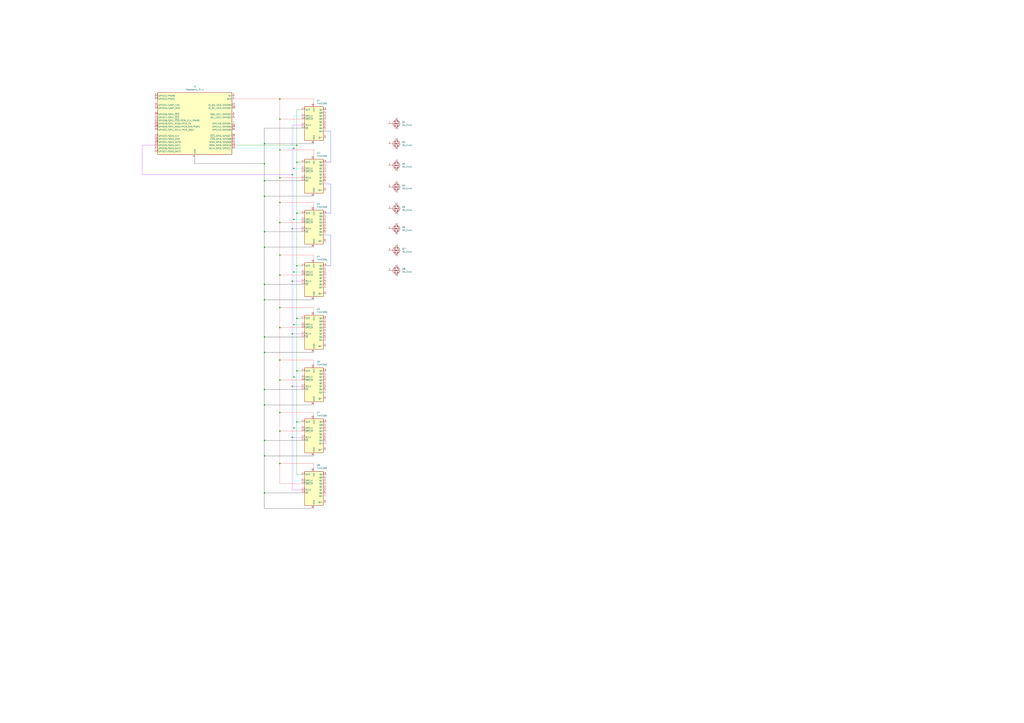
<source format=kicad_sch>
(kicad_sch
	(version 20250114)
	(generator "eeschema")
	(generator_version "9.0")
	(uuid "f3cee87c-20de-4acb-8f66-8907cf9a2146")
	(paper "A1")
	(lib_symbols
		(symbol "74xx:74HC595"
			(exclude_from_sim no)
			(in_bom yes)
			(on_board yes)
			(property "Reference" "U"
				(at -7.62 13.97 0)
				(effects
					(font
						(size 1.27 1.27)
					)
				)
			)
			(property "Value" "74HC595"
				(at -7.62 -16.51 0)
				(effects
					(font
						(size 1.27 1.27)
					)
				)
			)
			(property "Footprint" ""
				(at 0 0 0)
				(effects
					(font
						(size 1.27 1.27)
					)
					(hide yes)
				)
			)
			(property "Datasheet" "http://www.ti.com/lit/ds/symlink/sn74hc595.pdf"
				(at 0 0 0)
				(effects
					(font
						(size 1.27 1.27)
					)
					(hide yes)
				)
			)
			(property "Description" "8-bit serial in/out Shift Register 3-State Outputs"
				(at 0 0 0)
				(effects
					(font
						(size 1.27 1.27)
					)
					(hide yes)
				)
			)
			(property "ki_keywords" "HCMOS SR 3State"
				(at 0 0 0)
				(effects
					(font
						(size 1.27 1.27)
					)
					(hide yes)
				)
			)
			(property "ki_fp_filters" "DIP*W7.62mm* SOIC*3.9x9.9mm*P1.27mm* TSSOP*4.4x5mm*P0.65mm* SOIC*5.3x10.2mm*P1.27mm* SOIC*7.5x10.3mm*P1.27mm*"
				(at 0 0 0)
				(effects
					(font
						(size 1.27 1.27)
					)
					(hide yes)
				)
			)
			(symbol "74HC595_1_0"
				(pin input line
					(at -10.16 10.16 0)
					(length 2.54)
					(name "SER"
						(effects
							(font
								(size 1.27 1.27)
							)
						)
					)
					(number "14"
						(effects
							(font
								(size 1.27 1.27)
							)
						)
					)
				)
				(pin input line
					(at -10.16 5.08 0)
					(length 2.54)
					(name "SRCLK"
						(effects
							(font
								(size 1.27 1.27)
							)
						)
					)
					(number "11"
						(effects
							(font
								(size 1.27 1.27)
							)
						)
					)
				)
				(pin input line
					(at -10.16 2.54 0)
					(length 2.54)
					(name "~{SRCLR}"
						(effects
							(font
								(size 1.27 1.27)
							)
						)
					)
					(number "10"
						(effects
							(font
								(size 1.27 1.27)
							)
						)
					)
				)
				(pin input line
					(at -10.16 -2.54 0)
					(length 2.54)
					(name "RCLK"
						(effects
							(font
								(size 1.27 1.27)
							)
						)
					)
					(number "12"
						(effects
							(font
								(size 1.27 1.27)
							)
						)
					)
				)
				(pin input line
					(at -10.16 -5.08 0)
					(length 2.54)
					(name "~{OE}"
						(effects
							(font
								(size 1.27 1.27)
							)
						)
					)
					(number "13"
						(effects
							(font
								(size 1.27 1.27)
							)
						)
					)
				)
				(pin power_in line
					(at 0 15.24 270)
					(length 2.54)
					(name "VCC"
						(effects
							(font
								(size 1.27 1.27)
							)
						)
					)
					(number "16"
						(effects
							(font
								(size 1.27 1.27)
							)
						)
					)
				)
				(pin power_in line
					(at 0 -17.78 90)
					(length 2.54)
					(name "GND"
						(effects
							(font
								(size 1.27 1.27)
							)
						)
					)
					(number "8"
						(effects
							(font
								(size 1.27 1.27)
							)
						)
					)
				)
				(pin tri_state line
					(at 10.16 10.16 180)
					(length 2.54)
					(name "QA"
						(effects
							(font
								(size 1.27 1.27)
							)
						)
					)
					(number "15"
						(effects
							(font
								(size 1.27 1.27)
							)
						)
					)
				)
				(pin tri_state line
					(at 10.16 7.62 180)
					(length 2.54)
					(name "QB"
						(effects
							(font
								(size 1.27 1.27)
							)
						)
					)
					(number "1"
						(effects
							(font
								(size 1.27 1.27)
							)
						)
					)
				)
				(pin tri_state line
					(at 10.16 5.08 180)
					(length 2.54)
					(name "QC"
						(effects
							(font
								(size 1.27 1.27)
							)
						)
					)
					(number "2"
						(effects
							(font
								(size 1.27 1.27)
							)
						)
					)
				)
				(pin tri_state line
					(at 10.16 2.54 180)
					(length 2.54)
					(name "QD"
						(effects
							(font
								(size 1.27 1.27)
							)
						)
					)
					(number "3"
						(effects
							(font
								(size 1.27 1.27)
							)
						)
					)
				)
				(pin tri_state line
					(at 10.16 0 180)
					(length 2.54)
					(name "QE"
						(effects
							(font
								(size 1.27 1.27)
							)
						)
					)
					(number "4"
						(effects
							(font
								(size 1.27 1.27)
							)
						)
					)
				)
				(pin tri_state line
					(at 10.16 -2.54 180)
					(length 2.54)
					(name "QF"
						(effects
							(font
								(size 1.27 1.27)
							)
						)
					)
					(number "5"
						(effects
							(font
								(size 1.27 1.27)
							)
						)
					)
				)
				(pin tri_state line
					(at 10.16 -5.08 180)
					(length 2.54)
					(name "QG"
						(effects
							(font
								(size 1.27 1.27)
							)
						)
					)
					(number "6"
						(effects
							(font
								(size 1.27 1.27)
							)
						)
					)
				)
				(pin tri_state line
					(at 10.16 -7.62 180)
					(length 2.54)
					(name "QH"
						(effects
							(font
								(size 1.27 1.27)
							)
						)
					)
					(number "7"
						(effects
							(font
								(size 1.27 1.27)
							)
						)
					)
				)
				(pin output line
					(at 10.16 -12.7 180)
					(length 2.54)
					(name "QH'"
						(effects
							(font
								(size 1.27 1.27)
							)
						)
					)
					(number "9"
						(effects
							(font
								(size 1.27 1.27)
							)
						)
					)
				)
			)
			(symbol "74HC595_1_1"
				(rectangle
					(start -7.62 12.7)
					(end 7.62 -15.24)
					(stroke
						(width 0.254)
						(type default)
					)
					(fill
						(type background)
					)
				)
			)
			(embedded_fonts no)
		)
		(symbol "Connector:Raspberry_Pi_4"
			(exclude_from_sim no)
			(in_bom yes)
			(on_board yes)
			(property "Reference" "J"
				(at -17.526 48.768 0)
				(effects
					(font
						(size 1.27 1.27)
					)
					(justify left bottom)
				)
			)
			(property "Value" "Raspberry_Pi_4"
				(at 15.748 -26.416 0)
				(effects
					(font
						(size 1.27 1.27)
					)
					(justify left top)
				)
			)
			(property "Footprint" ""
				(at 70.104 -47.498 0)
				(effects
					(font
						(size 1.27 1.27)
					)
					(justify left)
					(hide yes)
				)
			)
			(property "Datasheet" "https://datasheets.raspberrypi.com/rpi4/raspberry-pi-4-datasheet.pdf"
				(at 15.748 -32.258 0)
				(effects
					(font
						(size 1.27 1.27)
					)
					(justify left)
					(hide yes)
				)
			)
			(property "Description" "Raspberry Pi 4 Model B"
				(at 15.748 -29.718 0)
				(effects
					(font
						(size 1.27 1.27)
					)
					(justify left)
					(hide yes)
				)
			)
			(property "ki_keywords" "SBC RPi"
				(at 0 0 0)
				(effects
					(font
						(size 1.27 1.27)
					)
					(hide yes)
				)
			)
			(property "ki_fp_filters" "PinHeader*2x20*P2.54mm*Vertical* PinSocket*2x20*P2.54mm*Vertical*"
				(at 0 0 0)
				(effects
					(font
						(size 1.27 1.27)
					)
					(hide yes)
				)
			)
			(symbol "Raspberry_Pi_4_0_1"
				(rectangle
					(start -30.48 25.4)
					(end 30.48 -25.4)
					(stroke
						(width 0.254)
						(type default)
					)
					(fill
						(type background)
					)
				)
			)
			(symbol "Raspberry_Pi_4_1_1"
				(pin bidirectional line
					(at -33.02 22.86 0)
					(length 2.54)
					(name "GPIO12/PWM0"
						(effects
							(font
								(size 1.27 1.27)
							)
						)
					)
					(number "32"
						(effects
							(font
								(size 1.27 1.27)
							)
						)
					)
				)
				(pin bidirectional line
					(at -33.02 20.32 0)
					(length 2.54)
					(name "GPIO13/PWM1"
						(effects
							(font
								(size 1.27 1.27)
							)
						)
					)
					(number "33"
						(effects
							(font
								(size 1.27 1.27)
							)
						)
					)
				)
				(pin bidirectional line
					(at -33.02 15.24 0)
					(length 2.54)
					(name "GPIO14/UART_TXD"
						(effects
							(font
								(size 1.27 1.27)
							)
						)
					)
					(number "8"
						(effects
							(font
								(size 1.27 1.27)
							)
						)
					)
				)
				(pin bidirectional line
					(at -33.02 12.7 0)
					(length 2.54)
					(name "GPIO15/UART_RXD"
						(effects
							(font
								(size 1.27 1.27)
							)
						)
					)
					(number "10"
						(effects
							(font
								(size 1.27 1.27)
							)
						)
					)
				)
				(pin bidirectional line
					(at -33.02 7.62 0)
					(length 2.54)
					(name "GPIO16/SPI1_~{CE2}"
						(effects
							(font
								(size 1.27 1.27)
							)
						)
					)
					(number "36"
						(effects
							(font
								(size 1.27 1.27)
							)
						)
					)
				)
				(pin bidirectional line
					(at -33.02 5.08 0)
					(length 2.54)
					(name "GPIO17/SPI1_~{CE1}"
						(effects
							(font
								(size 1.27 1.27)
							)
						)
					)
					(number "11"
						(effects
							(font
								(size 1.27 1.27)
							)
						)
					)
				)
				(pin bidirectional line
					(at -33.02 2.54 0)
					(length 2.54)
					(name "GPIO18/SPI1_~{CE0}/PCM_CLK/PWM0"
						(effects
							(font
								(size 1.27 1.27)
							)
						)
					)
					(number "12"
						(effects
							(font
								(size 1.27 1.27)
							)
						)
					)
				)
				(pin bidirectional line
					(at -33.02 0 0)
					(length 2.54)
					(name "GPIO19/SPI1_MISO/PCM_FS"
						(effects
							(font
								(size 1.27 1.27)
							)
						)
					)
					(number "35"
						(effects
							(font
								(size 1.27 1.27)
							)
						)
					)
				)
				(pin bidirectional line
					(at -33.02 -2.54 0)
					(length 2.54)
					(name "GPIO20/SPI1_MOSI/PCM_DIN/PWM1"
						(effects
							(font
								(size 1.27 1.27)
							)
						)
					)
					(number "38"
						(effects
							(font
								(size 1.27 1.27)
							)
						)
					)
				)
				(pin bidirectional line
					(at -33.02 -5.08 0)
					(length 2.54)
					(name "GPIO21/SPI1_SCLK/PCM_DOUT"
						(effects
							(font
								(size 1.27 1.27)
							)
						)
					)
					(number "40"
						(effects
							(font
								(size 1.27 1.27)
							)
						)
					)
				)
				(pin bidirectional line
					(at -33.02 -10.16 0)
					(length 2.54)
					(name "GPIO22/SDIO_CLK"
						(effects
							(font
								(size 1.27 1.27)
							)
						)
					)
					(number "15"
						(effects
							(font
								(size 1.27 1.27)
							)
						)
					)
				)
				(pin bidirectional line
					(at -33.02 -12.7 0)
					(length 2.54)
					(name "GPIO23/SDIO_CMD"
						(effects
							(font
								(size 1.27 1.27)
							)
						)
					)
					(number "16"
						(effects
							(font
								(size 1.27 1.27)
							)
						)
					)
				)
				(pin bidirectional line
					(at -33.02 -15.24 0)
					(length 2.54)
					(name "GPIO24/SDIO_DAT0"
						(effects
							(font
								(size 1.27 1.27)
							)
						)
					)
					(number "18"
						(effects
							(font
								(size 1.27 1.27)
							)
						)
					)
				)
				(pin bidirectional line
					(at -33.02 -17.78 0)
					(length 2.54)
					(name "GPIO25/SDIO_DAT1"
						(effects
							(font
								(size 1.27 1.27)
							)
						)
					)
					(number "22"
						(effects
							(font
								(size 1.27 1.27)
							)
						)
					)
				)
				(pin bidirectional line
					(at -33.02 -20.32 0)
					(length 2.54)
					(name "GPIO26/SDIO_DAT2"
						(effects
							(font
								(size 1.27 1.27)
							)
						)
					)
					(number "37"
						(effects
							(font
								(size 1.27 1.27)
							)
						)
					)
				)
				(pin bidirectional line
					(at -33.02 -22.86 0)
					(length 2.54)
					(name "GPIO27/SDIO_DAT3"
						(effects
							(font
								(size 1.27 1.27)
							)
						)
					)
					(number "13"
						(effects
							(font
								(size 1.27 1.27)
							)
						)
					)
				)
				(pin passive line
					(at 0 -27.94 90)
					(length 2.54)
					(hide yes)
					(name "GND"
						(effects
							(font
								(size 1.27 1.27)
							)
						)
					)
					(number "14"
						(effects
							(font
								(size 1.27 1.27)
							)
						)
					)
				)
				(pin passive line
					(at 0 -27.94 90)
					(length 2.54)
					(hide yes)
					(name "GND"
						(effects
							(font
								(size 1.27 1.27)
							)
						)
					)
					(number "20"
						(effects
							(font
								(size 1.27 1.27)
							)
						)
					)
				)
				(pin passive line
					(at 0 -27.94 90)
					(length 2.54)
					(hide yes)
					(name "GND"
						(effects
							(font
								(size 1.27 1.27)
							)
						)
					)
					(number "25"
						(effects
							(font
								(size 1.27 1.27)
							)
						)
					)
				)
				(pin passive line
					(at 0 -27.94 90)
					(length 2.54)
					(hide yes)
					(name "GND"
						(effects
							(font
								(size 1.27 1.27)
							)
						)
					)
					(number "30"
						(effects
							(font
								(size 1.27 1.27)
							)
						)
					)
				)
				(pin passive line
					(at 0 -27.94 90)
					(length 2.54)
					(hide yes)
					(name "GND"
						(effects
							(font
								(size 1.27 1.27)
							)
						)
					)
					(number "34"
						(effects
							(font
								(size 1.27 1.27)
							)
						)
					)
				)
				(pin passive line
					(at 0 -27.94 90)
					(length 2.54)
					(hide yes)
					(name "GND"
						(effects
							(font
								(size 1.27 1.27)
							)
						)
					)
					(number "39"
						(effects
							(font
								(size 1.27 1.27)
							)
						)
					)
				)
				(pin power_out line
					(at 0 -27.94 90)
					(length 2.54)
					(name "GND"
						(effects
							(font
								(size 1.27 1.27)
							)
						)
					)
					(number "6"
						(effects
							(font
								(size 1.27 1.27)
							)
						)
					)
				)
				(pin passive line
					(at 0 -27.94 90)
					(length 2.54)
					(hide yes)
					(name "GND"
						(effects
							(font
								(size 1.27 1.27)
							)
						)
					)
					(number "9"
						(effects
							(font
								(size 1.27 1.27)
							)
						)
					)
				)
				(pin power_out line
					(at 33.02 22.86 180)
					(length 2.54)
					(name "5V"
						(effects
							(font
								(size 1.27 1.27)
							)
						)
					)
					(number "2"
						(effects
							(font
								(size 1.27 1.27)
							)
						)
					)
				)
				(pin passive line
					(at 33.02 22.86 180)
					(length 2.54)
					(hide yes)
					(name "5V"
						(effects
							(font
								(size 1.27 1.27)
							)
						)
					)
					(number "4"
						(effects
							(font
								(size 1.27 1.27)
							)
						)
					)
				)
				(pin power_out line
					(at 33.02 20.32 180)
					(length 2.54)
					(name "3V3"
						(effects
							(font
								(size 1.27 1.27)
							)
						)
					)
					(number "1"
						(effects
							(font
								(size 1.27 1.27)
							)
						)
					)
				)
				(pin passive line
					(at 33.02 20.32 180)
					(length 2.54)
					(hide yes)
					(name "3V3"
						(effects
							(font
								(size 1.27 1.27)
							)
						)
					)
					(number "17"
						(effects
							(font
								(size 1.27 1.27)
							)
						)
					)
				)
				(pin bidirectional line
					(at 33.02 15.24 180)
					(length 2.54)
					(name "ID_SD_I2C0/GPIO00"
						(effects
							(font
								(size 1.27 1.27)
							)
						)
					)
					(number "27"
						(effects
							(font
								(size 1.27 1.27)
							)
						)
					)
				)
				(pin bidirectional line
					(at 33.02 12.7 180)
					(length 2.54)
					(name "ID_SC_I2C0/GPIO01"
						(effects
							(font
								(size 1.27 1.27)
							)
						)
					)
					(number "28"
						(effects
							(font
								(size 1.27 1.27)
							)
						)
					)
				)
				(pin bidirectional line
					(at 33.02 7.62 180)
					(length 2.54)
					(name "SDA_I2C1/GPIO02"
						(effects
							(font
								(size 1.27 1.27)
							)
						)
					)
					(number "3"
						(effects
							(font
								(size 1.27 1.27)
							)
						)
					)
				)
				(pin bidirectional line
					(at 33.02 5.08 180)
					(length 2.54)
					(name "SCL_I2C1/GPIO03"
						(effects
							(font
								(size 1.27 1.27)
							)
						)
					)
					(number "5"
						(effects
							(font
								(size 1.27 1.27)
							)
						)
					)
				)
				(pin bidirectional line
					(at 33.02 0 180)
					(length 2.54)
					(name "GPCLK0/GPIO04"
						(effects
							(font
								(size 1.27 1.27)
							)
						)
					)
					(number "7"
						(effects
							(font
								(size 1.27 1.27)
							)
						)
					)
				)
				(pin bidirectional line
					(at 33.02 -2.54 180)
					(length 2.54)
					(name "GPCLK1/GPIO05"
						(effects
							(font
								(size 1.27 1.27)
							)
						)
					)
					(number "29"
						(effects
							(font
								(size 1.27 1.27)
							)
						)
					)
				)
				(pin bidirectional line
					(at 33.02 -5.08 180)
					(length 2.54)
					(name "GPCLK2/GPIO06"
						(effects
							(font
								(size 1.27 1.27)
							)
						)
					)
					(number "31"
						(effects
							(font
								(size 1.27 1.27)
							)
						)
					)
				)
				(pin bidirectional line
					(at 33.02 -10.16 180)
					(length 2.54)
					(name "~{CE1}_SPI0/GPIO07"
						(effects
							(font
								(size 1.27 1.27)
							)
						)
					)
					(number "26"
						(effects
							(font
								(size 1.27 1.27)
							)
						)
					)
				)
				(pin bidirectional line
					(at 33.02 -12.7 180)
					(length 2.54)
					(name "~{CE0}_SPI0/GPIO08"
						(effects
							(font
								(size 1.27 1.27)
							)
						)
					)
					(number "24"
						(effects
							(font
								(size 1.27 1.27)
							)
						)
					)
				)
				(pin bidirectional line
					(at 33.02 -15.24 180)
					(length 2.54)
					(name "MISO_SPI0/GPIO09"
						(effects
							(font
								(size 1.27 1.27)
							)
						)
					)
					(number "21"
						(effects
							(font
								(size 1.27 1.27)
							)
						)
					)
				)
				(pin bidirectional line
					(at 33.02 -17.78 180)
					(length 2.54)
					(name "MOSI_SPI0/GPIO10"
						(effects
							(font
								(size 1.27 1.27)
							)
						)
					)
					(number "19"
						(effects
							(font
								(size 1.27 1.27)
							)
						)
					)
				)
				(pin bidirectional line
					(at 33.02 -20.32 180)
					(length 2.54)
					(name "SCLK_SPI0/GPIO11"
						(effects
							(font
								(size 1.27 1.27)
							)
						)
					)
					(number "23"
						(effects
							(font
								(size 1.27 1.27)
							)
						)
					)
				)
			)
			(embedded_fonts no)
		)
		(symbol "Transistor_FET:IRLZ44N"
			(pin_names
				(hide yes)
			)
			(exclude_from_sim no)
			(in_bom yes)
			(on_board yes)
			(property "Reference" "Q"
				(at 5.08 1.905 0)
				(effects
					(font
						(size 1.27 1.27)
					)
					(justify left)
				)
			)
			(property "Value" "IRLZ44N"
				(at 5.08 0 0)
				(effects
					(font
						(size 1.27 1.27)
					)
					(justify left)
				)
			)
			(property "Footprint" "Package_TO_SOT_THT:TO-220-3_Vertical"
				(at 5.08 -1.905 0)
				(effects
					(font
						(size 1.27 1.27)
						(italic yes)
					)
					(justify left)
					(hide yes)
				)
			)
			(property "Datasheet" "http://www.irf.com/product-info/datasheets/data/irlz44n.pdf"
				(at 5.08 -3.81 0)
				(effects
					(font
						(size 1.27 1.27)
					)
					(justify left)
					(hide yes)
				)
			)
			(property "Description" "47A Id, 55V Vds, 22mOhm Rds Single N-Channel HEXFET Power MOSFET, TO-220AB"
				(at 0 0 0)
				(effects
					(font
						(size 1.27 1.27)
					)
					(hide yes)
				)
			)
			(property "ki_keywords" "N-Channel HEXFET MOSFET Logic-Level"
				(at 0 0 0)
				(effects
					(font
						(size 1.27 1.27)
					)
					(hide yes)
				)
			)
			(property "ki_fp_filters" "TO?220*"
				(at 0 0 0)
				(effects
					(font
						(size 1.27 1.27)
					)
					(hide yes)
				)
			)
			(symbol "IRLZ44N_0_1"
				(polyline
					(pts
						(xy 0.254 1.905) (xy 0.254 -1.905)
					)
					(stroke
						(width 0.254)
						(type default)
					)
					(fill
						(type none)
					)
				)
				(polyline
					(pts
						(xy 0.254 0) (xy -2.54 0)
					)
					(stroke
						(width 0)
						(type default)
					)
					(fill
						(type none)
					)
				)
				(polyline
					(pts
						(xy 0.762 2.286) (xy 0.762 1.27)
					)
					(stroke
						(width 0.254)
						(type default)
					)
					(fill
						(type none)
					)
				)
				(polyline
					(pts
						(xy 0.762 0.508) (xy 0.762 -0.508)
					)
					(stroke
						(width 0.254)
						(type default)
					)
					(fill
						(type none)
					)
				)
				(polyline
					(pts
						(xy 0.762 -1.27) (xy 0.762 -2.286)
					)
					(stroke
						(width 0.254)
						(type default)
					)
					(fill
						(type none)
					)
				)
				(polyline
					(pts
						(xy 0.762 -1.778) (xy 3.302 -1.778) (xy 3.302 1.778) (xy 0.762 1.778)
					)
					(stroke
						(width 0)
						(type default)
					)
					(fill
						(type none)
					)
				)
				(polyline
					(pts
						(xy 1.016 0) (xy 2.032 0.381) (xy 2.032 -0.381) (xy 1.016 0)
					)
					(stroke
						(width 0)
						(type default)
					)
					(fill
						(type outline)
					)
				)
				(circle
					(center 1.651 0)
					(radius 2.794)
					(stroke
						(width 0.254)
						(type default)
					)
					(fill
						(type none)
					)
				)
				(polyline
					(pts
						(xy 2.54 2.54) (xy 2.54 1.778)
					)
					(stroke
						(width 0)
						(type default)
					)
					(fill
						(type none)
					)
				)
				(circle
					(center 2.54 1.778)
					(radius 0.254)
					(stroke
						(width 0)
						(type default)
					)
					(fill
						(type outline)
					)
				)
				(circle
					(center 2.54 -1.778)
					(radius 0.254)
					(stroke
						(width 0)
						(type default)
					)
					(fill
						(type outline)
					)
				)
				(polyline
					(pts
						(xy 2.54 -2.54) (xy 2.54 0) (xy 0.762 0)
					)
					(stroke
						(width 0)
						(type default)
					)
					(fill
						(type none)
					)
				)
				(polyline
					(pts
						(xy 2.794 0.508) (xy 2.921 0.381) (xy 3.683 0.381) (xy 3.81 0.254)
					)
					(stroke
						(width 0)
						(type default)
					)
					(fill
						(type none)
					)
				)
				(polyline
					(pts
						(xy 3.302 0.381) (xy 2.921 -0.254) (xy 3.683 -0.254) (xy 3.302 0.381)
					)
					(stroke
						(width 0)
						(type default)
					)
					(fill
						(type none)
					)
				)
			)
			(symbol "IRLZ44N_1_1"
				(pin input line
					(at -5.08 0 0)
					(length 2.54)
					(name "G"
						(effects
							(font
								(size 1.27 1.27)
							)
						)
					)
					(number "1"
						(effects
							(font
								(size 1.27 1.27)
							)
						)
					)
				)
				(pin passive line
					(at 2.54 5.08 270)
					(length 2.54)
					(name "D"
						(effects
							(font
								(size 1.27 1.27)
							)
						)
					)
					(number "2"
						(effects
							(font
								(size 1.27 1.27)
							)
						)
					)
				)
				(pin passive line
					(at 2.54 -5.08 90)
					(length 2.54)
					(name "S"
						(effects
							(font
								(size 1.27 1.27)
							)
						)
					)
					(number "3"
						(effects
							(font
								(size 1.27 1.27)
							)
						)
					)
				)
			)
			(embedded_fonts no)
		)
	)
	(junction
		(at 229.87 295.91)
		(diameter 0)
		(color 0 0 0 0)
		(uuid "01aa05c9-cf9e-4ef7-9152-c16ebad676fc")
	)
	(junction
		(at 229.87 182.88)
		(diameter 0)
		(color 0 0 0 0)
		(uuid "0277903b-d3dd-4808-8424-489fd6e422db")
	)
	(junction
		(at 241.3 351.79)
		(diameter 0)
		(color 0 0 0 0)
		(uuid "03e56223-46b1-45d6-9439-78d8cd7399b5")
	)
	(junction
		(at 229.87 123.19)
		(diameter 0)
		(color 0 0 0 0)
		(uuid "0bc9af68-fb0c-4fe7-bbb5-cfc3cd7f7eb3")
	)
	(junction
		(at 240.03 187.96)
		(diameter 0)
		(color 0 0 0 0)
		(uuid "0c2a21bf-584e-4f6d-b3da-eefd7005dae3")
	)
	(junction
		(at 229.87 312.42)
		(diameter 0)
		(color 0 0 0 0)
		(uuid "27577405-5bd2-48ea-bbae-2a65bc10c7a8")
	)
	(junction
		(at 217.17 361.95)
		(diameter 0)
		(color 0 0 0 0)
		(uuid "2a415ccc-a888-44d4-b408-e85ff6dce49e")
	)
	(junction
		(at 243.84 261.62)
		(diameter 0)
		(color 0 0 0 0)
		(uuid "3454d568-5268-4e6f-9b1c-5d460d659c4f")
	)
	(junction
		(at 229.87 209.55)
		(diameter 0)
		(color 0 0 0 0)
		(uuid "43dd38d0-2a18-433e-bd8e-ba976cf44121")
	)
	(junction
		(at 243.84 175.26)
		(diameter 0)
		(color 0 0 0 0)
		(uuid "49e57cb7-c323-417c-a889-b9bd5ce70298")
	)
	(junction
		(at 240.03 359.41)
		(diameter 0)
		(color 0 0 0 0)
		(uuid "4cfe7b4d-280a-478d-9547-9be45e1c1d24")
	)
	(junction
		(at 217.17 332.74)
		(diameter 0)
		(color 0 0 0 0)
		(uuid "4fae7bf3-7816-4f8d-b2bc-a4eb6be38e3d")
	)
	(junction
		(at 229.87 81.28)
		(diameter 0)
		(color 0 0 0 0)
		(uuid "50b134ab-deb3-4773-8452-01956412a8f8")
	)
	(junction
		(at 229.87 354.33)
		(diameter 0)
		(color 0 0 0 0)
		(uuid "5183c2e1-3734-4e3c-89dc-aeef73ba7fd9")
	)
	(junction
		(at 243.84 346.71)
		(diameter 0)
		(color 0 0 0 0)
		(uuid "584a66e7-ec3e-4165-9a5f-a358875083a9")
	)
	(junction
		(at 240.03 274.32)
		(diameter 0)
		(color 0 0 0 0)
		(uuid "5d021513-9111-4647-8e53-0335fcd4eb35")
	)
	(junction
		(at 243.84 304.8)
		(diameter 0)
		(color 0 0 0 0)
		(uuid "623d0370-d8d4-49a2-b597-2d043f2ad63f")
	)
	(junction
		(at 243.84 119.38)
		(diameter 0)
		(color 0 0 0 0)
		(uuid "6904b7d6-fe1b-4c86-bb9d-0c5b5e5d5f7d")
	)
	(junction
		(at 241.3 180.34)
		(diameter 0)
		(color 0 0 0 0)
		(uuid "6d191aa4-81da-4665-8608-b7f573d25465")
	)
	(junction
		(at 217.17 190.5)
		(diameter 0)
		(color 0 0 0 0)
		(uuid "74f47811-7bca-4fdb-b550-043bc0b54141")
	)
	(junction
		(at 243.84 133.35)
		(diameter 0)
		(color 0 0 0 0)
		(uuid "75d042d5-7157-4d7e-9b6d-23ba7caa73e9")
	)
	(junction
		(at 241.3 309.88)
		(diameter 0)
		(color 0 0 0 0)
		(uuid "80088a81-cb87-4e3f-82db-f0fd61481bf5")
	)
	(junction
		(at 243.84 218.44)
		(diameter 0)
		(color 0 0 0 0)
		(uuid "876f8f74-8d06-433e-bef6-ac2b2d9b14d0")
	)
	(junction
		(at 217.17 233.68)
		(diameter 0)
		(color 0 0 0 0)
		(uuid "893733ce-eed5-4fb7-97e6-d0d620a8bf3c")
	)
	(junction
		(at 217.17 118.11)
		(diameter 0)
		(color 0 0 0 0)
		(uuid "8b4e5acb-5433-420e-97d4-106e237fa904")
	)
	(junction
		(at 229.87 226.06)
		(diameter 0)
		(color 0 0 0 0)
		(uuid "97233969-1d2d-4fff-9e0a-5c36fedc5c9b")
	)
	(junction
		(at 229.87 381)
		(diameter 0)
		(color 0 0 0 0)
		(uuid "987636cd-4a26-45a3-b4ab-f73b369839bb")
	)
	(junction
		(at 217.17 161.29)
		(diameter 0)
		(color 0 0 0 0)
		(uuid "99ee4053-1d50-4049-8fa3-d0a07157dacc")
	)
	(junction
		(at 240.03 143.51)
		(diameter 0)
		(color 0 0 0 0)
		(uuid "9a8f9065-f96d-4706-9b1e-c43c8354ddfd")
	)
	(junction
		(at 240.03 317.5)
		(diameter 0)
		(color 0 0 0 0)
		(uuid "9d8a616a-7997-41af-bf3f-cf88364bb50e")
	)
	(junction
		(at 229.87 166.37)
		(diameter 0)
		(color 0 0 0 0)
		(uuid "9db950db-d9af-4c2b-8aa0-10a8280614ea")
	)
	(junction
		(at 229.87 269.24)
		(diameter 0)
		(color 0 0 0 0)
		(uuid "9ecf4db1-639f-463a-88f0-d79d998dab1a")
	)
	(junction
		(at 217.17 246.38)
		(diameter 0)
		(color 0 0 0 0)
		(uuid "a187bc63-6564-4f96-a8b3-8255ec054649")
	)
	(junction
		(at 217.17 289.56)
		(diameter 0)
		(color 0 0 0 0)
		(uuid "b23c2fb0-c959-4f54-896e-9610057c7ad8")
	)
	(junction
		(at 229.87 146.05)
		(diameter 0)
		(color 0 0 0 0)
		(uuid "b2897d79-6b7b-4e28-a441-63a0aec81daa")
	)
	(junction
		(at 241.3 138.43)
		(diameter 0)
		(color 0 0 0 0)
		(uuid "b393148f-0ad8-43d3-b104-797b5ae39fb1")
	)
	(junction
		(at 240.03 231.14)
		(diameter 0)
		(color 0 0 0 0)
		(uuid "b3bdc34e-843d-4ed4-abfa-6cf63a2edd87")
	)
	(junction
		(at 229.87 339.09)
		(diameter 0)
		(color 0 0 0 0)
		(uuid "b3c227ee-c68f-45a8-9e28-d511c4f68271")
	)
	(junction
		(at 241.3 266.7)
		(diameter 0)
		(color 0 0 0 0)
		(uuid "bcae1296-65c8-4143-ab81-88ce795095cb")
	)
	(junction
		(at 229.87 252.73)
		(diameter 0)
		(color 0 0 0 0)
		(uuid "c79fd3b7-679b-4079-add8-c069f04a1b31")
	)
	(junction
		(at 217.17 203.2)
		(diameter 0)
		(color 0 0 0 0)
		(uuid "cef97296-e28a-4cb7-b16d-ebf0cb7586fd")
	)
	(junction
		(at 217.17 148.59)
		(diameter 0)
		(color 0 0 0 0)
		(uuid "d00bfaa5-a524-4a1e-b5cf-9ac713b10ee8")
	)
	(junction
		(at 217.17 320.04)
		(diameter 0)
		(color 0 0 0 0)
		(uuid "d34a074c-07b5-466d-82d8-ebb942414e41")
	)
	(junction
		(at 217.17 276.86)
		(diameter 0)
		(color 0 0 0 0)
		(uuid "d394c3e3-6cd4-481c-93c1-fc2a550cd443")
	)
	(junction
		(at 217.17 374.65)
		(diameter 0)
		(color 0 0 0 0)
		(uuid "d85d13a8-a403-44f9-acc5-703e32500e66")
	)
	(junction
		(at 241.3 223.52)
		(diameter 0)
		(color 0 0 0 0)
		(uuid "e1fc9cd6-58e8-4835-bf23-250be69d8cf7")
	)
	(junction
		(at 229.87 97.79)
		(diameter 0)
		(color 0 0 0 0)
		(uuid "ed2ecd2f-7586-4296-a565-fcd9c10fe1e6")
	)
	(junction
		(at 217.17 405.13)
		(diameter 0)
		(color 0 0 0 0)
		(uuid "f2119e30-b937-4ed5-9062-5797a0f938b0")
	)
	(junction
		(at 217.17 134.62)
		(diameter 0)
		(color 0 0 0 0)
		(uuid "f6516189-deed-417e-b976-80100fe6dbb7")
	)
	(junction
		(at 241.3 121.92)
		(diameter 0)
		(color 0 0 0 0)
		(uuid "fb9abadd-96cc-43c8-a913-e0e1ada1f370")
	)
	(wire
		(pts
			(xy 217.17 190.5) (xy 247.65 190.5)
		)
		(stroke
			(width 0)
			(type default)
			(color 0 0 0 1)
		)
		(uuid "0255be43-afe1-4922-a4d0-3adf9770fc04")
	)
	(wire
		(pts
			(xy 217.17 118.11) (xy 257.81 118.11)
		)
		(stroke
			(width 0)
			(type default)
			(color 0 0 0 1)
		)
		(uuid "0357b8f7-84ab-457f-b02b-29ef68df05d5")
	)
	(wire
		(pts
			(xy 217.17 276.86) (xy 247.65 276.86)
		)
		(stroke
			(width 0)
			(type default)
			(color 0 0 0 1)
		)
		(uuid "04a67a01-2880-4d33-b740-2a52dfb23453")
	)
	(wire
		(pts
			(xy 271.78 151.13) (xy 271.78 175.26)
		)
		(stroke
			(width 0)
			(type default)
			(color 0 3 255 1)
		)
		(uuid "05c9a0ab-f1ae-474d-a1cd-03b8374f76e3")
	)
	(wire
		(pts
			(xy 243.84 261.62) (xy 243.84 304.8)
		)
		(stroke
			(width 0)
			(type default)
		)
		(uuid "099c574b-0184-4db5-8c0a-a4238e1074bf")
	)
	(wire
		(pts
			(xy 243.84 119.38) (xy 243.84 90.17)
		)
		(stroke
			(width 0)
			(type default)
		)
		(uuid "0a7ffb60-a841-4a94-88db-88c8924f6329")
	)
	(wire
		(pts
			(xy 217.17 246.38) (xy 257.81 246.38)
		)
		(stroke
			(width 0)
			(type default)
			(color 0 0 0 1)
		)
		(uuid "0eabd0d0-b60c-4a1b-ac39-3986ef170219")
	)
	(wire
		(pts
			(xy 217.17 374.65) (xy 217.17 405.13)
		)
		(stroke
			(width 0)
			(type default)
			(color 0 0 0 1)
		)
		(uuid "0ff33122-3e35-4713-ad35-4cf308b49706")
	)
	(wire
		(pts
			(xy 229.87 339.09) (xy 229.87 354.33)
		)
		(stroke
			(width 0)
			(type default)
			(color 255 51 53 1)
		)
		(uuid "11633278-1c28-4000-ac10-86d5d1d179cc")
	)
	(wire
		(pts
			(xy 243.84 175.26) (xy 247.65 175.26)
		)
		(stroke
			(width 0)
			(type default)
		)
		(uuid "164773dd-740b-4136-a3cc-29796079a963")
	)
	(wire
		(pts
			(xy 257.81 123.19) (xy 257.81 128.27)
		)
		(stroke
			(width 0)
			(type default)
			(color 255 51 53 1)
		)
		(uuid "165c11f3-22d7-4ac5-a056-2a4a37fe5e72")
	)
	(wire
		(pts
			(xy 241.3 223.52) (xy 247.65 223.52)
		)
		(stroke
			(width 0)
			(type default)
			(color 33 242 255 1)
		)
		(uuid "178d047e-185f-42cf-89ce-e2bdcd2930f5")
	)
	(wire
		(pts
			(xy 217.17 320.04) (xy 217.17 332.74)
		)
		(stroke
			(width 0)
			(type default)
			(color 0 0 0 1)
		)
		(uuid "190d683e-d48e-4cb4-b8ea-e510ec91a1d3")
	)
	(wire
		(pts
			(xy 271.78 133.35) (xy 267.97 133.35)
		)
		(stroke
			(width 0)
			(type default)
			(color 0 13 255 1)
		)
		(uuid "1bf54cf7-28e1-44ce-ac8e-9ec449a8dff4")
	)
	(wire
		(pts
			(xy 217.17 320.04) (xy 247.65 320.04)
		)
		(stroke
			(width 0)
			(type default)
			(color 0 0 0 1)
		)
		(uuid "1d205620-c692-4a69-bf6c-cd4eccb93edc")
	)
	(wire
		(pts
			(xy 241.3 351.79) (xy 241.3 394.97)
		)
		(stroke
			(width 0)
			(type default)
			(color 33 242 255 1)
		)
		(uuid "1f95a068-334e-4941-98a1-dada19f84657")
	)
	(wire
		(pts
			(xy 127 119.38) (xy 116.84 119.38)
		)
		(stroke
			(width 0)
			(type default)
			(color 210 0 255 1)
		)
		(uuid "1fbbdcf1-f95f-4c65-8ab0-b39b76982dbc")
	)
	(wire
		(pts
			(xy 193.04 121.92) (xy 241.3 121.92)
		)
		(stroke
			(width 0)
			(type default)
			(color 33 242 255 1)
		)
		(uuid "1fdda203-3a44-40d4-b337-a54db338e8d4")
	)
	(wire
		(pts
			(xy 243.84 304.8) (xy 243.84 346.71)
		)
		(stroke
			(width 0)
			(type default)
		)
		(uuid "21ef6693-de46-4992-9b15-d5aa7ef17dd8")
	)
	(wire
		(pts
			(xy 229.87 339.09) (xy 257.81 339.09)
		)
		(stroke
			(width 0)
			(type default)
			(color 255 51 53 1)
		)
		(uuid "2702a0f4-159d-4a46-a644-b3201c79732b")
	)
	(wire
		(pts
			(xy 229.87 97.79) (xy 229.87 123.19)
		)
		(stroke
			(width 0)
			(type default)
			(color 255 51 53 1)
		)
		(uuid "2a6af73e-61ca-4cd9-95a7-31ad8b4efbf1")
	)
	(wire
		(pts
			(xy 229.87 97.79) (xy 247.65 97.79)
		)
		(stroke
			(width 0)
			(type default)
			(color 255 51 53 1)
		)
		(uuid "2d332eaa-7257-4a9d-aa32-8c23ac141fde")
	)
	(wire
		(pts
			(xy 229.87 312.42) (xy 247.65 312.42)
		)
		(stroke
			(width 0)
			(type default)
			(color 255 51 53 1)
		)
		(uuid "2dca9b9c-88be-4fac-87f3-d417db3818bb")
	)
	(wire
		(pts
			(xy 229.87 354.33) (xy 247.65 354.33)
		)
		(stroke
			(width 0)
			(type default)
			(color 255 51 53 1)
		)
		(uuid "2e260bf6-39cb-4b69-a11b-6b2c6f995112")
	)
	(wire
		(pts
			(xy 241.3 180.34) (xy 241.3 223.52)
		)
		(stroke
			(width 0)
			(type default)
			(color 33 242 255 1)
		)
		(uuid "2ea897de-8d2a-4277-9c6e-7624992e9fcd")
	)
	(wire
		(pts
			(xy 271.78 193.04) (xy 271.78 218.44)
		)
		(stroke
			(width 0)
			(type default)
			(color 0 0 255 1)
		)
		(uuid "30562214-b281-4b1e-bb3b-62a4765ca917")
	)
	(wire
		(pts
			(xy 243.84 346.71) (xy 247.65 346.71)
		)
		(stroke
			(width 0)
			(type default)
		)
		(uuid "308bcdb0-d855-43e4-a4f2-8774d79c6a8e")
	)
	(wire
		(pts
			(xy 229.87 226.06) (xy 247.65 226.06)
		)
		(stroke
			(width 0)
			(type default)
			(color 255 51 53 1)
		)
		(uuid "351053be-1b9d-4bc0-8d9f-e7728c015ebb")
	)
	(wire
		(pts
			(xy 240.03 187.96) (xy 247.65 187.96)
		)
		(stroke
			(width 0)
			(type default)
			(color 210 0 255 1)
		)
		(uuid "35d81f27-2ea3-47c4-94e9-86d4c271b5dc")
	)
	(wire
		(pts
			(xy 229.87 226.06) (xy 229.87 252.73)
		)
		(stroke
			(width 0)
			(type default)
			(color 255 51 53 1)
		)
		(uuid "373cf9d9-b192-49c2-a4b4-f8968fe358b9")
	)
	(wire
		(pts
			(xy 241.3 223.52) (xy 241.3 266.7)
		)
		(stroke
			(width 0)
			(type default)
			(color 33 242 255 1)
		)
		(uuid "3910ac6b-f678-4826-8735-d678904951fc")
	)
	(wire
		(pts
			(xy 257.81 295.91) (xy 257.81 299.72)
		)
		(stroke
			(width 0)
			(type default)
			(color 255 51 53 1)
		)
		(uuid "39954cd5-a4c2-451b-ace6-31bb688a25c5")
	)
	(wire
		(pts
			(xy 243.84 261.62) (xy 247.65 261.62)
		)
		(stroke
			(width 0)
			(type default)
		)
		(uuid "3cdec8ee-2561-4bfc-8772-789e562f8c34")
	)
	(wire
		(pts
			(xy 160.02 134.62) (xy 217.17 134.62)
		)
		(stroke
			(width 0)
			(type default)
			(color 0 0 0 1)
		)
		(uuid "432fb5a0-7ef3-44a4-8ecd-18d7f50f5ad5")
	)
	(wire
		(pts
			(xy 257.81 339.09) (xy 257.81 341.63)
		)
		(stroke
			(width 0)
			(type default)
			(color 255 51 53 1)
		)
		(uuid "45e0c8c8-094a-40e4-8e63-1b739ea3be14")
	)
	(wire
		(pts
			(xy 229.87 209.55) (xy 229.87 226.06)
		)
		(stroke
			(width 0)
			(type default)
			(color 255 51 53 1)
		)
		(uuid "4620d09c-e5de-4808-8e4a-5b81314ad41c")
	)
	(wire
		(pts
			(xy 257.81 166.37) (xy 257.81 170.18)
		)
		(stroke
			(width 0)
			(type default)
			(color 255 51 53 1)
		)
		(uuid "48061c3a-2be0-42c1-800b-f5a228b997dd")
	)
	(wire
		(pts
			(xy 267.97 107.95) (xy 271.78 107.95)
		)
		(stroke
			(width 0)
			(type default)
			(color 0 13 255 1)
		)
		(uuid "4df22ce3-b4f8-4a81-b001-ceab553b2b7a")
	)
	(wire
		(pts
			(xy 240.03 187.96) (xy 240.03 231.14)
		)
		(stroke
			(width 0)
			(type default)
			(color 210 0 255 1)
		)
		(uuid "53ae371a-e046-4c6e-ba7b-ff1d1489ba09")
	)
	(wire
		(pts
			(xy 229.87 146.05) (xy 229.87 166.37)
		)
		(stroke
			(width 0)
			(type default)
			(color 255 51 53 1)
		)
		(uuid "544842d6-ffb8-4b19-bb81-065ab12707b7")
	)
	(wire
		(pts
			(xy 217.17 332.74) (xy 257.81 332.74)
		)
		(stroke
			(width 0)
			(type default)
			(color 0 0 0 1)
		)
		(uuid "5482a4e5-2c06-4439-8299-65532e2dd26d")
	)
	(wire
		(pts
			(xy 217.17 233.68) (xy 247.65 233.68)
		)
		(stroke
			(width 0)
			(type default)
			(color 0 0 0 1)
		)
		(uuid "55fed52d-050b-4963-af48-113839de81f5")
	)
	(wire
		(pts
			(xy 229.87 295.91) (xy 229.87 312.42)
		)
		(stroke
			(width 0)
			(type default)
			(color 255 51 53 1)
		)
		(uuid "58ff5e73-9362-49e7-b04d-3c9f4827831e")
	)
	(wire
		(pts
			(xy 229.87 81.28) (xy 257.81 81.28)
		)
		(stroke
			(width 0)
			(type default)
			(color 255 51 53 1)
		)
		(uuid "596ea65c-1ff1-4406-9dfd-a31c3c124bff")
	)
	(wire
		(pts
			(xy 241.3 95.25) (xy 247.65 95.25)
		)
		(stroke
			(width 0)
			(type default)
			(color 33 242 255 1)
		)
		(uuid "5f24e862-ec08-4712-a772-f8a7e51eb095")
	)
	(wire
		(pts
			(xy 271.78 175.26) (xy 267.97 175.26)
		)
		(stroke
			(width 0)
			(type default)
			(color 0 3 255 1)
		)
		(uuid "61f1ebe5-91d8-4006-99ed-7d8165abdeb8")
	)
	(wire
		(pts
			(xy 229.87 81.28) (xy 193.04 81.28)
		)
		(stroke
			(width 0)
			(type default)
			(color 255 51 53 1)
		)
		(uuid "6674f954-f409-4cfe-b0d0-c757378be536")
	)
	(wire
		(pts
			(xy 243.84 218.44) (xy 247.65 218.44)
		)
		(stroke
			(width 0)
			(type default)
		)
		(uuid "675b7f9e-d98c-401c-a853-651578e3a600")
	)
	(wire
		(pts
			(xy 217.17 203.2) (xy 257.81 203.2)
		)
		(stroke
			(width 0)
			(type default)
			(color 0 0 0 1)
		)
		(uuid "67f4d8e3-0e7b-4529-b358-e4a10a09754b")
	)
	(wire
		(pts
			(xy 217.17 134.62) (xy 217.17 148.59)
		)
		(stroke
			(width 0)
			(type default)
			(color 0 0 0 1)
		)
		(uuid "6a51d62c-a229-4948-a99e-ec2bb578d480")
	)
	(wire
		(pts
			(xy 240.03 317.5) (xy 240.03 359.41)
		)
		(stroke
			(width 0)
			(type default)
			(color 210 0 255 1)
		)
		(uuid "6b481271-a75b-41e1-8c30-2e0f6aff1026")
	)
	(wire
		(pts
			(xy 217.17 276.86) (xy 217.17 289.56)
		)
		(stroke
			(width 0)
			(type default)
			(color 0 0 0 1)
		)
		(uuid "6be83af1-7138-4107-94b5-265075fbef03")
	)
	(wire
		(pts
			(xy 271.78 107.95) (xy 271.78 133.35)
		)
		(stroke
			(width 0)
			(type default)
			(color 0 13 255 1)
		)
		(uuid "72321263-9ed6-43a3-91d3-04faa45e0932")
	)
	(wire
		(pts
			(xy 240.03 231.14) (xy 240.03 274.32)
		)
		(stroke
			(width 0)
			(type default)
			(color 210 0 255 1)
		)
		(uuid "76043612-5847-4172-a9f0-3c50d3f5990e")
	)
	(wire
		(pts
			(xy 240.03 274.32) (xy 240.03 317.5)
		)
		(stroke
			(width 0)
			(type default)
			(color 210 0 255 1)
		)
		(uuid "770b9b26-3dd2-4b8f-9d48-24b17d875ded")
	)
	(wire
		(pts
			(xy 229.87 123.19) (xy 257.81 123.19)
		)
		(stroke
			(width 0)
			(type default)
			(color 255 51 53 1)
		)
		(uuid "778005e8-626e-40d5-ae99-790c3edfa189")
	)
	(wire
		(pts
			(xy 267.97 151.13) (xy 271.78 151.13)
		)
		(stroke
			(width 0)
			(type default)
			(color 0 3 255 1)
		)
		(uuid "7949c280-6ddf-4975-9edd-d2e9b2f374fe")
	)
	(wire
		(pts
			(xy 217.17 246.38) (xy 217.17 276.86)
		)
		(stroke
			(width 0)
			(type default)
			(color 0 0 0 1)
		)
		(uuid "79ad9a7c-6f9c-4e6e-99ae-8eb9e459e961")
	)
	(wire
		(pts
			(xy 229.87 269.24) (xy 247.65 269.24)
		)
		(stroke
			(width 0)
			(type default)
			(color 255 51 53 1)
		)
		(uuid "7cd4327f-f307-4570-ad93-eeed7b99019c")
	)
	(wire
		(pts
			(xy 193.04 119.38) (xy 243.84 119.38)
		)
		(stroke
			(width 0)
			(type default)
		)
		(uuid "7dc94ca1-8c1a-4588-92ce-e77ce57cfa8f")
	)
	(wire
		(pts
			(xy 217.17 203.2) (xy 217.17 233.68)
		)
		(stroke
			(width 0)
			(type default)
			(color 0 0 0 1)
		)
		(uuid "7ff8f5d8-6e01-4d45-80ab-68022b9df0e7")
	)
	(wire
		(pts
			(xy 229.87 252.73) (xy 229.87 269.24)
		)
		(stroke
			(width 0)
			(type default)
			(color 255 51 53 1)
		)
		(uuid "805e5955-b59e-4647-b488-68d72a1bbd96")
	)
	(wire
		(pts
			(xy 243.84 119.38) (xy 243.84 133.35)
		)
		(stroke
			(width 0)
			(type default)
		)
		(uuid "81dfe8e1-9175-4a76-bd36-9706a8567ca2")
	)
	(wire
		(pts
			(xy 160.02 129.54) (xy 160.02 134.62)
		)
		(stroke
			(width 0)
			(type default)
			(color 0 0 0 1)
		)
		(uuid "87d215fe-61ce-4062-9477-b9f75ca47449")
	)
	(wire
		(pts
			(xy 217.17 417.83) (xy 257.81 417.83)
		)
		(stroke
			(width 0)
			(type default)
			(color 0 0 0 1)
		)
		(uuid "8839df25-447c-4bce-b86a-923b6dbdf649")
	)
	(wire
		(pts
			(xy 116.84 119.38) (xy 116.84 143.51)
		)
		(stroke
			(width 0)
			(type default)
			(color 210 0 255 1)
		)
		(uuid "8d52f3e9-e839-47f5-aa9b-dbcc5c154de7")
	)
	(wire
		(pts
			(xy 241.3 266.7) (xy 241.3 309.88)
		)
		(stroke
			(width 0)
			(type default)
			(color 33 242 255 1)
		)
		(uuid "932cfa9f-6f8a-424f-95f4-af106c169529")
	)
	(wire
		(pts
			(xy 217.17 134.62) (xy 217.17 118.11)
		)
		(stroke
			(width 0)
			(type default)
			(color 0 0 0 1)
		)
		(uuid "93519980-f3c4-4482-a399-d7fb3a14145f")
	)
	(wire
		(pts
			(xy 241.3 138.43) (xy 247.65 138.43)
		)
		(stroke
			(width 0)
			(type default)
			(color 33 242 255 1)
		)
		(uuid "94cffb68-ba57-4173-8298-fc8153085a53")
	)
	(wire
		(pts
			(xy 267.97 193.04) (xy 271.78 193.04)
		)
		(stroke
			(width 0)
			(type default)
			(color 0 0 255 1)
		)
		(uuid "9667de1d-5d75-4fa8-a53f-9e724772abb5")
	)
	(wire
		(pts
			(xy 243.84 304.8) (xy 247.65 304.8)
		)
		(stroke
			(width 0)
			(type default)
		)
		(uuid "9685eb5c-df6e-4220-b500-e95d503223c0")
	)
	(wire
		(pts
			(xy 217.17 161.29) (xy 217.17 190.5)
		)
		(stroke
			(width 0)
			(type default)
			(color 0 0 0 1)
		)
		(uuid "9837a132-55dc-4833-b207-f213fd683372")
	)
	(wire
		(pts
			(xy 241.3 138.43) (xy 241.3 180.34)
		)
		(stroke
			(width 0)
			(type default)
			(color 33 242 255 1)
		)
		(uuid "983b4a2e-b7f8-46e7-914a-78687101cf0c")
	)
	(wire
		(pts
			(xy 217.17 118.11) (xy 217.17 105.41)
		)
		(stroke
			(width 0)
			(type default)
			(color 0 0 0 1)
		)
		(uuid "9886d67a-33c9-40ed-abb1-0c206aadd73e")
	)
	(wire
		(pts
			(xy 217.17 289.56) (xy 257.81 289.56)
		)
		(stroke
			(width 0)
			(type default)
			(color 0 0 0 1)
		)
		(uuid "9c5e0754-8a0a-45f2-8e82-818dd0f7906a")
	)
	(wire
		(pts
			(xy 217.17 105.41) (xy 247.65 105.41)
		)
		(stroke
			(width 0)
			(type default)
			(color 0 0 0 1)
		)
		(uuid "a0101168-3d56-4bc0-bc9f-94e3c2c3d6d2")
	)
	(wire
		(pts
			(xy 243.84 218.44) (xy 243.84 261.62)
		)
		(stroke
			(width 0)
			(type default)
		)
		(uuid "a4312740-a003-4cd5-a99b-1ac2fc9a8531")
	)
	(wire
		(pts
			(xy 240.03 102.87) (xy 247.65 102.87)
		)
		(stroke
			(width 0)
			(type default)
			(color 210 0 255 1)
		)
		(uuid "a48088e1-5255-4913-a17d-278c8ba1c8e5")
	)
	(wire
		(pts
			(xy 217.17 361.95) (xy 247.65 361.95)
		)
		(stroke
			(width 0)
			(type default)
			(color 0 0 0 1)
		)
		(uuid "a55f3e36-a156-4942-9a07-55641d487272")
	)
	(wire
		(pts
			(xy 217.17 190.5) (xy 217.17 203.2)
		)
		(stroke
			(width 0)
			(type default)
			(color 0 0 0 1)
		)
		(uuid "a70a27fd-fd0a-48b6-8f4a-d094b53eb941")
	)
	(wire
		(pts
			(xy 240.03 274.32) (xy 247.65 274.32)
		)
		(stroke
			(width 0)
			(type default)
			(color 210 0 255 1)
		)
		(uuid "ab2f5cde-5f92-49ab-af8c-9ce6d50cfc90")
	)
	(wire
		(pts
			(xy 240.03 231.14) (xy 247.65 231.14)
		)
		(stroke
			(width 0)
			(type default)
			(color 210 0 255 1)
		)
		(uuid "acbeefc2-5cb0-4087-bf2b-0f0b51309da0")
	)
	(wire
		(pts
			(xy 217.17 361.95) (xy 217.17 374.65)
		)
		(stroke
			(width 0)
			(type default)
			(color 0 0 0 1)
		)
		(uuid "b2512a7c-fa46-4225-81c9-fcc625594437")
	)
	(wire
		(pts
			(xy 229.87 295.91) (xy 257.81 295.91)
		)
		(stroke
			(width 0)
			(type default)
			(color 255 51 53 1)
		)
		(uuid "b6ea4983-421b-4713-8a10-b3ed9e821dde")
	)
	(wire
		(pts
			(xy 217.17 405.13) (xy 247.65 405.13)
		)
		(stroke
			(width 0)
			(type default)
			(color 0 0 0 1)
		)
		(uuid "b7296825-87eb-4ad2-a5c3-8906859e6d25")
	)
	(wire
		(pts
			(xy 240.03 402.59) (xy 247.65 402.59)
		)
		(stroke
			(width 0)
			(type default)
			(color 210 0 255 1)
		)
		(uuid "b754497c-6679-4bb8-b60d-2f84eba919ff")
	)
	(wire
		(pts
			(xy 241.3 180.34) (xy 247.65 180.34)
		)
		(stroke
			(width 0)
			(type default)
			(color 33 242 255 1)
		)
		(uuid "b7ac0d05-fdbb-4c27-b63d-6ac308fe7dcd")
	)
	(wire
		(pts
			(xy 257.81 209.55) (xy 257.81 213.36)
		)
		(stroke
			(width 0)
			(type default)
			(color 255 51 53 1)
		)
		(uuid "bcdc8dc8-cbfe-46c5-9a35-9bac3eea5487")
	)
	(wire
		(pts
			(xy 116.84 143.51) (xy 240.03 143.51)
		)
		(stroke
			(width 0)
			(type default)
			(color 210 0 255 1)
		)
		(uuid "bd64b350-1908-4fc7-83d9-f5a1a4810598")
	)
	(wire
		(pts
			(xy 271.78 218.44) (xy 267.97 218.44)
		)
		(stroke
			(width 0)
			(type default)
			(color 0 0 255 1)
		)
		(uuid "be202af4-ff54-46b2-898b-84ea9e43d42d")
	)
	(wire
		(pts
			(xy 229.87 312.42) (xy 229.87 339.09)
		)
		(stroke
			(width 0)
			(type default)
			(color 255 51 53 1)
		)
		(uuid "be3b3fcd-fa65-48c4-b934-f70ba993085a")
	)
	(wire
		(pts
			(xy 217.17 148.59) (xy 247.65 148.59)
		)
		(stroke
			(width 0)
			(type default)
			(color 0 0 0 1)
		)
		(uuid "c08ae6f4-30a5-49d7-9166-99101dce3a78")
	)
	(wire
		(pts
			(xy 241.3 266.7) (xy 247.65 266.7)
		)
		(stroke
			(width 0)
			(type default)
			(color 33 242 255 1)
		)
		(uuid "c0b0cd57-6a29-49c5-9d00-9ada2c158cfb")
	)
	(wire
		(pts
			(xy 243.84 175.26) (xy 243.84 218.44)
		)
		(stroke
			(width 0)
			(type default)
		)
		(uuid "c45cc9a1-8bfb-41ad-b8de-e22e071bd928")
	)
	(wire
		(pts
			(xy 241.3 121.92) (xy 241.3 138.43)
		)
		(stroke
			(width 0)
			(type default)
			(color 33 242 255 1)
		)
		(uuid "c8e39448-a610-49c7-818b-d8806e1075a1")
	)
	(wire
		(pts
			(xy 217.17 161.29) (xy 257.81 161.29)
		)
		(stroke
			(width 0)
			(type default)
			(color 0 0 0 1)
		)
		(uuid "ca8fb554-58a6-479a-9239-01bbbdb37871")
	)
	(wire
		(pts
			(xy 229.87 123.19) (xy 229.87 146.05)
		)
		(stroke
			(width 0)
			(type default)
			(color 255 51 53 1)
		)
		(uuid "cae42348-2394-46cf-a8b7-cddbdb271391")
	)
	(wire
		(pts
			(xy 229.87 252.73) (xy 257.81 252.73)
		)
		(stroke
			(width 0)
			(type default)
			(color 255 51 53 1)
		)
		(uuid "cdadb710-1f9c-4989-8ba8-a7ffe4110d4f")
	)
	(wire
		(pts
			(xy 217.17 374.65) (xy 257.81 374.65)
		)
		(stroke
			(width 0)
			(type default)
			(color 0 0 0 1)
		)
		(uuid "cdb321da-008d-40a0-aa0b-b4a7c8ef6f96")
	)
	(wire
		(pts
			(xy 217.17 148.59) (xy 217.17 161.29)
		)
		(stroke
			(width 0)
			(type default)
			(color 0 0 0 1)
		)
		(uuid "d36c5143-d154-449f-8250-25958f6f84cc")
	)
	(wire
		(pts
			(xy 229.87 166.37) (xy 229.87 182.88)
		)
		(stroke
			(width 0)
			(type default)
			(color 255 51 53 1)
		)
		(uuid "d58774c1-2153-4556-a71b-d79e63fd9720")
	)
	(wire
		(pts
			(xy 229.87 146.05) (xy 247.65 146.05)
		)
		(stroke
			(width 0)
			(type default)
			(color 255 51 53 1)
		)
		(uuid "d6b6ec60-3b3c-4eda-892a-5821943e45bc")
	)
	(wire
		(pts
			(xy 229.87 182.88) (xy 247.65 182.88)
		)
		(stroke
			(width 0)
			(type default)
			(color 255 51 53 1)
		)
		(uuid "d711129c-5f9e-4754-b803-78816fa183ef")
	)
	(wire
		(pts
			(xy 229.87 182.88) (xy 229.87 209.55)
		)
		(stroke
			(width 0)
			(type default)
			(color 255 51 53 1)
		)
		(uuid "da3891c9-a309-4ce1-9f90-51a573a0f0a7")
	)
	(wire
		(pts
			(xy 243.84 133.35) (xy 243.84 175.26)
		)
		(stroke
			(width 0)
			(type default)
		)
		(uuid "da765367-fbbc-488c-8844-cc661cd67445")
	)
	(wire
		(pts
			(xy 229.87 381) (xy 257.81 381)
		)
		(stroke
			(width 0)
			(type default)
			(color 255 51 53 1)
		)
		(uuid "dbac275a-3566-4505-b6f3-10f1cd4d2cd6")
	)
	(wire
		(pts
			(xy 217.17 405.13) (xy 217.17 417.83)
		)
		(stroke
			(width 0)
			(type default)
			(color 0 0 0 1)
		)
		(uuid "dbb761cb-6fdc-4614-bb00-637bc6dc3313")
	)
	(wire
		(pts
			(xy 257.81 252.73) (xy 257.81 256.54)
		)
		(stroke
			(width 0)
			(type default)
			(color 255 51 53 1)
		)
		(uuid "de132a36-48f1-4f94-b23e-56060e7f9d11")
	)
	(wire
		(pts
			(xy 240.03 143.51) (xy 240.03 102.87)
		)
		(stroke
			(width 0)
			(type default)
			(color 210 0 255 1)
		)
		(uuid "dfc9aabc-4ed1-4721-b4a0-bdc366fa9277")
	)
	(wire
		(pts
			(xy 241.3 309.88) (xy 247.65 309.88)
		)
		(stroke
			(width 0)
			(type default)
			(color 33 242 255 1)
		)
		(uuid "e0fe7123-78f3-4208-9c0f-6253222342ad")
	)
	(wire
		(pts
			(xy 229.87 397.51) (xy 247.65 397.51)
		)
		(stroke
			(width 0)
			(type default)
			(color 255 51 53 1)
		)
		(uuid "e2bd2280-8a7b-4db7-a7a2-47da143e13ba")
	)
	(wire
		(pts
			(xy 229.87 269.24) (xy 229.87 295.91)
		)
		(stroke
			(width 0)
			(type default)
			(color 255 51 53 1)
		)
		(uuid "e8def54d-7111-4e7e-8bf9-85941344dd4c")
	)
	(wire
		(pts
			(xy 243.84 389.89) (xy 247.65 389.89)
		)
		(stroke
			(width 0)
			(type default)
		)
		(uuid "e9410fa2-f8ec-4fb6-b5a1-6b7af0bba0d3")
	)
	(wire
		(pts
			(xy 257.81 381) (xy 257.81 384.81)
		)
		(stroke
			(width 0)
			(type default)
			(color 255 51 53 1)
		)
		(uuid "e9dd2227-953c-412d-a30a-a015b68060bb")
	)
	(wire
		(pts
			(xy 241.3 121.92) (xy 241.3 95.25)
		)
		(stroke
			(width 0)
			(type default)
			(color 33 242 255 1)
		)
		(uuid "ea3947fa-849d-489b-bbf0-eec537665ffa")
	)
	(wire
		(pts
			(xy 217.17 233.68) (xy 217.17 246.38)
		)
		(stroke
			(width 0)
			(type default)
			(color 0 0 0 1)
		)
		(uuid "eb8aa23f-7bef-49b4-9418-929329cc0987")
	)
	(wire
		(pts
			(xy 241.3 309.88) (xy 241.3 351.79)
		)
		(stroke
			(width 0)
			(type default)
			(color 33 242 255 1)
		)
		(uuid "eb8d851b-6770-4868-a48b-64da553354f3")
	)
	(wire
		(pts
			(xy 229.87 381) (xy 229.87 397.51)
		)
		(stroke
			(width 0)
			(type default)
			(color 255 51 53 1)
		)
		(uuid "ed1f28fe-36b9-412c-9acc-5cb2bb29e5cb")
	)
	(wire
		(pts
			(xy 243.84 90.17) (xy 247.65 90.17)
		)
		(stroke
			(width 0)
			(type default)
		)
		(uuid "ed700a83-0208-4ecf-8096-12c1dd17b918")
	)
	(wire
		(pts
			(xy 229.87 166.37) (xy 257.81 166.37)
		)
		(stroke
			(width 0)
			(type default)
			(color 255 51 53 1)
		)
		(uuid "edfd747d-3c21-4717-887b-105ac2936634")
	)
	(wire
		(pts
			(xy 217.17 332.74) (xy 217.17 361.95)
		)
		(stroke
			(width 0)
			(type default)
			(color 0 0 0 1)
		)
		(uuid "eee92a2f-f5cd-436d-8de1-f96bfdda71f8")
	)
	(wire
		(pts
			(xy 229.87 81.28) (xy 229.87 97.79)
		)
		(stroke
			(width 0)
			(type default)
			(color 255 51 53 1)
		)
		(uuid "f1b1134b-5f54-4c26-988b-2c02fa3491f2")
	)
	(wire
		(pts
			(xy 240.03 359.41) (xy 247.65 359.41)
		)
		(stroke
			(width 0)
			(type default)
			(color 210 0 255 1)
		)
		(uuid "f30f3952-0d4b-40f8-b448-dc661fdeee24")
	)
	(wire
		(pts
			(xy 241.3 351.79) (xy 247.65 351.79)
		)
		(stroke
			(width 0)
			(type default)
			(color 33 242 255 1)
		)
		(uuid "f36cdff1-ad91-48bf-b107-2dc1cb3b3461")
	)
	(wire
		(pts
			(xy 240.03 143.51) (xy 240.03 187.96)
		)
		(stroke
			(width 0)
			(type default)
			(color 210 0 255 1)
		)
		(uuid "f3b2b611-6238-4243-907c-ce2dc8a865f9")
	)
	(wire
		(pts
			(xy 229.87 209.55) (xy 257.81 209.55)
		)
		(stroke
			(width 0)
			(type default)
			(color 255 51 53 1)
		)
		(uuid "f42538d7-aff4-4da7-96a5-f3dd642ed702")
	)
	(wire
		(pts
			(xy 217.17 289.56) (xy 217.17 320.04)
		)
		(stroke
			(width 0)
			(type default)
			(color 0 0 0 1)
		)
		(uuid "f4e9f6de-fbfc-4346-bc8e-6a8e97df9fa2")
	)
	(wire
		(pts
			(xy 257.81 81.28) (xy 257.81 85.09)
		)
		(stroke
			(width 0)
			(type default)
			(color 255 51 53 1)
		)
		(uuid "f530a5ec-c302-40d6-a556-3a60d41d81da")
	)
	(wire
		(pts
			(xy 241.3 394.97) (xy 247.65 394.97)
		)
		(stroke
			(width 0)
			(type default)
			(color 33 242 255 1)
		)
		(uuid "f67a1166-db4b-4074-99fe-6d19053755c3")
	)
	(wire
		(pts
			(xy 240.03 359.41) (xy 240.03 402.59)
		)
		(stroke
			(width 0)
			(type default)
			(color 210 0 255 1)
		)
		(uuid "f6e22a14-8ce0-49fa-9483-faa512fd7e26")
	)
	(wire
		(pts
			(xy 243.84 133.35) (xy 247.65 133.35)
		)
		(stroke
			(width 0)
			(type default)
		)
		(uuid "fa7884f5-7200-41df-bdb1-bbf1fac8815a")
	)
	(wire
		(pts
			(xy 229.87 354.33) (xy 229.87 381)
		)
		(stroke
			(width 0)
			(type default)
			(color 255 51 53 1)
		)
		(uuid "fb2c7c5b-2dce-4838-9e15-69f0fe555b7b")
	)
	(wire
		(pts
			(xy 243.84 346.71) (xy 243.84 389.89)
		)
		(stroke
			(width 0)
			(type default)
		)
		(uuid "fd1e94eb-5183-4d33-b3f8-a1cd59f56302")
	)
	(wire
		(pts
			(xy 240.03 317.5) (xy 247.65 317.5)
		)
		(stroke
			(width 0)
			(type default)
			(color 210 0 255 1)
		)
		(uuid "fe23b8a0-b78a-4ea1-840b-4d93fc4d2a88")
	)
	(symbol
		(lib_id "Connector:Raspberry_Pi_4")
		(at 160.02 101.6 0)
		(unit 1)
		(exclude_from_sim no)
		(in_bom yes)
		(on_board yes)
		(dnp no)
		(fields_autoplaced yes)
		(uuid "052aac43-89f0-496d-a234-58c8e447f92d")
		(property "Reference" "J1"
			(at 160.02 71.12 0)
			(effects
				(font
					(size 1.27 1.27)
				)
			)
		)
		(property "Value" "Raspberry_Pi_4"
			(at 160.02 73.66 0)
			(effects
				(font
					(size 1.27 1.27)
				)
			)
		)
		(property "Footprint" ""
			(at 230.124 149.098 0)
			(effects
				(font
					(size 1.27 1.27)
				)
				(justify left)
				(hide yes)
			)
		)
		(property "Datasheet" "https://datasheets.raspberrypi.com/rpi4/raspberry-pi-4-datasheet.pdf"
			(at 175.768 133.858 0)
			(effects
				(font
					(size 1.27 1.27)
				)
				(justify left)
				(hide yes)
			)
		)
		(property "Description" "Raspberry Pi 4 Model B"
			(at 175.768 131.318 0)
			(effects
				(font
					(size 1.27 1.27)
				)
				(justify left)
				(hide yes)
			)
		)
		(pin "11"
			(uuid "74d6237f-b7aa-4e91-b57e-3fed6bb7eef3")
		)
		(pin "40"
			(uuid "2cfe4768-f2c0-4ffd-a582-ae4d75726dea")
		)
		(pin "10"
			(uuid "55003a44-9c75-4b8b-9335-4aa8345d8567")
		)
		(pin "37"
			(uuid "3c34b09d-10e1-4d3c-bf6f-42ce143e127a")
		)
		(pin "14"
			(uuid "62aefd6b-4ad9-4d02-b45b-f6cf2a19da60")
		)
		(pin "36"
			(uuid "6cce61f5-dd58-4109-a01f-9df488a27b28")
		)
		(pin "16"
			(uuid "f2b25f7a-be88-4e67-943d-09cea67752ef")
		)
		(pin "13"
			(uuid "08f90636-23d9-41f4-802e-c0e235111718")
		)
		(pin "33"
			(uuid "131d4ca5-e980-42d6-bfaf-d5ca2affcf5a")
		)
		(pin "35"
			(uuid "f407ad68-a08e-479e-9b59-ef3600dd9635")
		)
		(pin "32"
			(uuid "5131c099-cb44-4919-aa58-04bce69dd293")
		)
		(pin "8"
			(uuid "894d051c-deb0-4228-b319-b0e660bff56c")
		)
		(pin "12"
			(uuid "b3be75c4-29ad-49e9-a1b7-77d3c8ac5ee8")
		)
		(pin "38"
			(uuid "c177669b-cdd1-4b3e-ae99-d7dba1a9fff1")
		)
		(pin "15"
			(uuid "913870ff-f4a9-465f-b43d-b6d33df55566")
		)
		(pin "18"
			(uuid "5b6ea6df-6663-4a7b-987f-1355bdb19d8e")
		)
		(pin "22"
			(uuid "00827dd2-b5a8-49a2-bd6a-f6ea5c5e3528")
		)
		(pin "17"
			(uuid "b414c6cf-b00d-4f34-8e29-19837a40f985")
		)
		(pin "34"
			(uuid "01fb9f10-2944-40a8-9ed3-b7567bac8afc")
		)
		(pin "9"
			(uuid "40f3145a-30e2-4f47-aa85-9b3a951ccc85")
		)
		(pin "30"
			(uuid "a86affd0-5d66-4cdb-947a-ace05179a925")
		)
		(pin "39"
			(uuid "148f2235-467f-48e7-84aa-6eb2d7452ea9")
		)
		(pin "27"
			(uuid "49215fe8-cfdf-474c-8c4e-6d0a925ed462")
		)
		(pin "28"
			(uuid "e69bc7ba-8aad-4c64-add2-21f4ea1b7050")
		)
		(pin "24"
			(uuid "52ecd270-b6da-40a5-8e39-00b6f7478d79")
		)
		(pin "19"
			(uuid "e1dea092-1682-45a4-b24f-32da8225edaa")
		)
		(pin "25"
			(uuid "47f21268-139b-481c-9c54-1e3313c57c10")
		)
		(pin "6"
			(uuid "346e5f67-5ad2-4a3d-a349-4f2344656918")
		)
		(pin "20"
			(uuid "2f69d519-a4e7-43bc-be9b-efa6e160f9bc")
		)
		(pin "2"
			(uuid "70b7c314-0e0d-4fed-bbb9-05ca9160190b")
		)
		(pin "4"
			(uuid "6893feda-df66-4ade-8443-cbff896fe55e")
		)
		(pin "26"
			(uuid "7a7ef797-4e95-46fb-98e1-6228bd98bee8")
		)
		(pin "21"
			(uuid "e99641cb-8597-44ea-b9cc-db02270ca574")
		)
		(pin "31"
			(uuid "f197916b-6e13-4c42-8d6d-9566ae09624c")
		)
		(pin "7"
			(uuid "58cade8a-718c-4e64-ad2e-fb300d02b546")
		)
		(pin "23"
			(uuid "57788ba5-3050-48cf-adc5-fe7c101348c9")
		)
		(pin "1"
			(uuid "e9e98ef3-2190-4022-b356-7a98f942621b")
		)
		(pin "5"
			(uuid "cd99f084-3225-4ea1-b7d6-10458e2dd810")
		)
		(pin "29"
			(uuid "f1168d32-ecdd-42e3-b9cb-3d8fdb3c56cc")
		)
		(pin "3"
			(uuid "ac6a6766-8e31-4a7f-a2ea-0837f60bbeb7")
		)
		(instances
			(project ""
				(path "/f3cee87c-20de-4acb-8f66-8907cf9a2146"
					(reference "J1")
					(unit 1)
				)
			)
		)
	)
	(symbol
		(lib_id "74xx:74HC595")
		(at 257.81 356.87 0)
		(unit 1)
		(exclude_from_sim no)
		(in_bom yes)
		(on_board yes)
		(dnp no)
		(fields_autoplaced yes)
		(uuid "0f963020-32bb-4a20-8d49-344ce7b61f3d")
		(property "Reference" "U7"
			(at 259.9533 339.09 0)
			(effects
				(font
					(size 1.27 1.27)
				)
				(justify left)
			)
		)
		(property "Value" "74HC595"
			(at 259.9533 341.63 0)
			(effects
				(font
					(size 1.27 1.27)
				)
				(justify left)
			)
		)
		(property "Footprint" ""
			(at 257.81 356.87 0)
			(effects
				(font
					(size 1.27 1.27)
				)
				(hide yes)
			)
		)
		(property "Datasheet" "http://www.ti.com/lit/ds/symlink/sn74hc595.pdf"
			(at 257.81 356.87 0)
			(effects
				(font
					(size 1.27 1.27)
				)
				(hide yes)
			)
		)
		(property "Description" "8-bit serial in/out Shift Register 3-State Outputs"
			(at 257.81 356.87 0)
			(effects
				(font
					(size 1.27 1.27)
				)
				(hide yes)
			)
		)
		(pin "9"
			(uuid "4b410149-cf4e-4ea3-b577-6870baf6f5fe")
		)
		(pin "11"
			(uuid "b0e40b34-42a1-45e1-9597-3ef37d8f9444")
		)
		(pin "16"
			(uuid "64092d42-38fb-4b93-84f4-12f3689042d2")
		)
		(pin "12"
			(uuid "ab53574b-2e09-4148-8fae-c191b31a69d8")
		)
		(pin "8"
			(uuid "7a64ca0e-f93a-4340-813c-8d28f000eedf")
		)
		(pin "10"
			(uuid "bcf3fb9f-74f0-4e77-adb6-f93ed0dc0b8b")
		)
		(pin "4"
			(uuid "e04af3f0-3c78-49b7-b424-be3e18ac6ef0")
		)
		(pin "13"
			(uuid "f3f1b171-3d99-46c2-b62e-93423055b4d3")
		)
		(pin "7"
			(uuid "3c8b8509-3bdd-446d-82d1-ceea1e2d6917")
		)
		(pin "5"
			(uuid "3e0dba7a-0173-4eac-a837-50081353ae05")
		)
		(pin "15"
			(uuid "c7f60c06-0c4d-48f2-be47-c178c79ee08d")
		)
		(pin "14"
			(uuid "795b6363-488b-461d-8665-cfb4f9512b6a")
		)
		(pin "2"
			(uuid "6ecfc99a-d225-4ab0-87ad-fa5c7667ad6d")
		)
		(pin "1"
			(uuid "99226b22-c0d0-4db7-a9c9-4c5ac8b80fa5")
		)
		(pin "3"
			(uuid "f19c4681-b5c5-4cc8-ba08-f75fba722bb0")
		)
		(pin "6"
			(uuid "af590c0f-b334-480b-9191-87ee574e7288")
		)
		(instances
			(project "LED_Cube"
				(path "/f3cee87c-20de-4acb-8f66-8907cf9a2146"
					(reference "U7")
					(unit 1)
				)
			)
		)
	)
	(symbol
		(lib_id "74xx:74HC595")
		(at 257.81 143.51 0)
		(unit 1)
		(exclude_from_sim no)
		(in_bom yes)
		(on_board yes)
		(dnp no)
		(fields_autoplaced yes)
		(uuid "1f72a8a1-818c-42cc-9cc1-a49fb18f8cbf")
		(property "Reference" "U2"
			(at 259.9533 125.73 0)
			(effects
				(font
					(size 1.27 1.27)
				)
				(justify left)
			)
		)
		(property "Value" "74HC595"
			(at 259.9533 128.27 0)
			(effects
				(font
					(size 1.27 1.27)
				)
				(justify left)
			)
		)
		(property "Footprint" ""
			(at 257.81 143.51 0)
			(effects
				(font
					(size 1.27 1.27)
				)
				(hide yes)
			)
		)
		(property "Datasheet" "http://www.ti.com/lit/ds/symlink/sn74hc595.pdf"
			(at 257.81 143.51 0)
			(effects
				(font
					(size 1.27 1.27)
				)
				(hide yes)
			)
		)
		(property "Description" "8-bit serial in/out Shift Register 3-State Outputs"
			(at 257.81 143.51 0)
			(effects
				(font
					(size 1.27 1.27)
				)
				(hide yes)
			)
		)
		(pin "9"
			(uuid "d44f6380-4cf5-48b2-b88d-b6673ba36f3a")
		)
		(pin "11"
			(uuid "f35576b3-1e6e-436e-acfb-d853fe78a17d")
		)
		(pin "16"
			(uuid "892fd226-aa1b-4fe4-a303-8ca1d221de81")
		)
		(pin "12"
			(uuid "fbdbcd90-0bef-405d-833d-fab27ed90669")
		)
		(pin "8"
			(uuid "667d628f-ec82-4290-9cf5-98603efa0493")
		)
		(pin "10"
			(uuid "fb2df4fd-8ae9-4d51-b181-003c3a59042b")
		)
		(pin "4"
			(uuid "aecc2191-b632-4c06-ad85-8815d09bc6f3")
		)
		(pin "13"
			(uuid "dbc696dc-e6a6-4763-b6a1-f63762107039")
		)
		(pin "7"
			(uuid "63f012a4-e41e-47c2-8bdd-c41fcfdd2439")
		)
		(pin "5"
			(uuid "8c51ef1b-7f0b-4edf-83dd-060a2257665a")
		)
		(pin "15"
			(uuid "07319291-8159-482e-9110-8c58a0571897")
		)
		(pin "14"
			(uuid "552c5ae7-f08b-42c4-af6d-5d40591de63e")
		)
		(pin "2"
			(uuid "d3163579-3e42-4563-88ce-c83c12890caf")
		)
		(pin "1"
			(uuid "b1883393-299c-4c2c-af62-78630c768450")
		)
		(pin "3"
			(uuid "6a0e43ef-f0af-4638-b288-63c217fd7d9b")
		)
		(pin "6"
			(uuid "3f68c870-69eb-41c8-be5d-90f2323cb76d")
		)
		(instances
			(project "LED_Cube"
				(path "/f3cee87c-20de-4acb-8f66-8907cf9a2146"
					(reference "U2")
					(unit 1)
				)
			)
		)
	)
	(symbol
		(lib_id "Transistor_FET:IRLZ44N")
		(at 323.85 222.25 0)
		(unit 1)
		(exclude_from_sim no)
		(in_bom yes)
		(on_board yes)
		(dnp no)
		(fields_autoplaced yes)
		(uuid "27271c8f-6048-45f0-b175-7d84062d3e25")
		(property "Reference" "Q8"
			(at 330.2 220.9799 0)
			(effects
				(font
					(size 1.27 1.27)
				)
				(justify left)
			)
		)
		(property "Value" "IRLZ44N"
			(at 330.2 223.5199 0)
			(effects
				(font
					(size 1.27 1.27)
				)
				(justify left)
			)
		)
		(property "Footprint" "Package_TO_SOT_THT:TO-220-3_Vertical"
			(at 328.93 224.155 0)
			(effects
				(font
					(size 1.27 1.27)
					(italic yes)
				)
				(justify left)
				(hide yes)
			)
		)
		(property "Datasheet" "http://www.irf.com/product-info/datasheets/data/irlz44n.pdf"
			(at 328.93 226.06 0)
			(effects
				(font
					(size 1.27 1.27)
				)
				(justify left)
				(hide yes)
			)
		)
		(property "Description" "47A Id, 55V Vds, 22mOhm Rds Single N-Channel HEXFET Power MOSFET, TO-220AB"
			(at 323.85 222.25 0)
			(effects
				(font
					(size 1.27 1.27)
				)
				(hide yes)
			)
		)
		(pin "1"
			(uuid "bfd45484-7297-4dca-9cc1-635f57f0b698")
		)
		(pin "3"
			(uuid "769c3283-7531-4777-8a58-7e80ace9b60a")
		)
		(pin "2"
			(uuid "e9549d41-86de-4513-9e3f-b357d7f8c717")
		)
		(instances
			(project "LED_Cube"
				(path "/f3cee87c-20de-4acb-8f66-8907cf9a2146"
					(reference "Q8")
					(unit 1)
				)
			)
		)
	)
	(symbol
		(lib_id "74xx:74HC595")
		(at 257.81 100.33 0)
		(unit 1)
		(exclude_from_sim no)
		(in_bom yes)
		(on_board yes)
		(dnp no)
		(fields_autoplaced yes)
		(uuid "3fd399e9-5a50-4408-a78d-ebbf9f32baf1")
		(property "Reference" "U1"
			(at 259.9533 82.55 0)
			(effects
				(font
					(size 1.27 1.27)
				)
				(justify left)
			)
		)
		(property "Value" "74HC595"
			(at 259.9533 85.09 0)
			(effects
				(font
					(size 1.27 1.27)
				)
				(justify left)
			)
		)
		(property "Footprint" ""
			(at 257.81 100.33 0)
			(effects
				(font
					(size 1.27 1.27)
				)
				(hide yes)
			)
		)
		(property "Datasheet" "http://www.ti.com/lit/ds/symlink/sn74hc595.pdf"
			(at 257.81 100.33 0)
			(effects
				(font
					(size 1.27 1.27)
				)
				(hide yes)
			)
		)
		(property "Description" "8-bit serial in/out Shift Register 3-State Outputs"
			(at 257.81 100.33 0)
			(effects
				(font
					(size 1.27 1.27)
				)
				(hide yes)
			)
		)
		(pin "9"
			(uuid "40fbb528-1c60-46d0-b50e-a29c1348b95d")
		)
		(pin "11"
			(uuid "d888707a-9231-4ea4-bfbd-46dfd8688774")
		)
		(pin "16"
			(uuid "0ccb21fc-1f97-47f0-9bd8-d3fb5b094889")
		)
		(pin "12"
			(uuid "92fe6050-2079-4e6d-9a1a-8eaeb8c96a47")
		)
		(pin "8"
			(uuid "ce5da937-2ea9-4c06-8553-aae532b8dc0a")
		)
		(pin "10"
			(uuid "99709610-0970-49f4-b901-ffa29c078197")
		)
		(pin "4"
			(uuid "6bb67c3f-f634-4576-bd96-3c1e46146219")
		)
		(pin "13"
			(uuid "edc5571d-c0ba-49ad-945c-c9a89542cfff")
		)
		(pin "7"
			(uuid "565904f6-372a-487d-9505-bb8d66abec47")
		)
		(pin "5"
			(uuid "a64d4c5c-0cf2-4683-8be9-7e9b2fe03413")
		)
		(pin "15"
			(uuid "1ba7c878-ee18-4a81-ae69-9fa428ad2d59")
		)
		(pin "14"
			(uuid "f4f65d3f-af73-48a8-948d-272e7d76836a")
		)
		(pin "2"
			(uuid "5d313165-1bd4-46e4-ab90-6d04d65ea738")
		)
		(pin "1"
			(uuid "5240bd4e-ddb4-4a49-a485-8d735fc3fe3e")
		)
		(pin "3"
			(uuid "4b54dc58-ed0a-4704-a261-d6a0c229d0f7")
		)
		(pin "6"
			(uuid "99851be2-8fe3-4a9c-9485-e8fee0f1a901")
		)
		(instances
			(project ""
				(path "/f3cee87c-20de-4acb-8f66-8907cf9a2146"
					(reference "U1")
					(unit 1)
				)
			)
		)
	)
	(symbol
		(lib_id "74xx:74HC595")
		(at 257.81 228.6 0)
		(unit 1)
		(exclude_from_sim no)
		(in_bom yes)
		(on_board yes)
		(dnp no)
		(fields_autoplaced yes)
		(uuid "40028fe1-67c6-4f10-b6bb-4c6a64148c82")
		(property "Reference" "U4"
			(at 259.9533 210.82 0)
			(effects
				(font
					(size 1.27 1.27)
				)
				(justify left)
			)
		)
		(property "Value" "74HC595"
			(at 259.9533 213.36 0)
			(effects
				(font
					(size 1.27 1.27)
				)
				(justify left)
			)
		)
		(property "Footprint" ""
			(at 257.81 228.6 0)
			(effects
				(font
					(size 1.27 1.27)
				)
				(hide yes)
			)
		)
		(property "Datasheet" "http://www.ti.com/lit/ds/symlink/sn74hc595.pdf"
			(at 257.81 228.6 0)
			(effects
				(font
					(size 1.27 1.27)
				)
				(hide yes)
			)
		)
		(property "Description" "8-bit serial in/out Shift Register 3-State Outputs"
			(at 257.81 228.6 0)
			(effects
				(font
					(size 1.27 1.27)
				)
				(hide yes)
			)
		)
		(pin "9"
			(uuid "6f53899b-c244-4665-a38b-5d13b762286e")
		)
		(pin "11"
			(uuid "20cc8345-874e-4fb2-9eb8-9bcc7e3035b2")
		)
		(pin "16"
			(uuid "f0a5a1fd-36fb-4325-9dd3-53601b0550eb")
		)
		(pin "12"
			(uuid "d4d1a453-5b48-4da2-9b5e-1cfa5f82e99b")
		)
		(pin "8"
			(uuid "37bcd19c-fc07-4668-ab24-2cf9e4aca962")
		)
		(pin "10"
			(uuid "8857ca6b-f828-45e1-82f7-4865f94c2811")
		)
		(pin "4"
			(uuid "f70a9582-7efc-49d3-90e7-ef5aaabe0a30")
		)
		(pin "13"
			(uuid "00dc3934-79f5-48bb-a674-22df54eb31b3")
		)
		(pin "7"
			(uuid "935bf5b5-9a75-438f-9fde-bfdf9d0fe655")
		)
		(pin "5"
			(uuid "edd509e1-8b11-4ac3-843d-f31a516c9cc9")
		)
		(pin "15"
			(uuid "c3ebbdb9-b19c-45d6-875b-4ebff1a1279b")
		)
		(pin "14"
			(uuid "44891ce2-044a-4d85-83bd-252b66cb8d42")
		)
		(pin "2"
			(uuid "05613f1c-65ea-4f88-bb7a-09cba8a77e32")
		)
		(pin "1"
			(uuid "8624b881-3b2a-4400-8649-35f583e6c211")
		)
		(pin "3"
			(uuid "9eeb6418-3a25-4a4c-ada3-29ba62a0eab6")
		)
		(pin "6"
			(uuid "8fd33a0a-e49d-46b1-af0e-1e57e16e7c24")
		)
		(instances
			(project "LED_Cube"
				(path "/f3cee87c-20de-4acb-8f66-8907cf9a2146"
					(reference "U4")
					(unit 1)
				)
			)
		)
	)
	(symbol
		(lib_id "74xx:74HC595")
		(at 257.81 400.05 0)
		(unit 1)
		(exclude_from_sim no)
		(in_bom yes)
		(on_board yes)
		(dnp no)
		(fields_autoplaced yes)
		(uuid "4be009b2-fafd-4b27-8ea7-bf2db455cb3a")
		(property "Reference" "U8"
			(at 259.9533 382.27 0)
			(effects
				(font
					(size 1.27 1.27)
				)
				(justify left)
			)
		)
		(property "Value" "74HC595"
			(at 259.9533 384.81 0)
			(effects
				(font
					(size 1.27 1.27)
				)
				(justify left)
			)
		)
		(property "Footprint" ""
			(at 257.81 400.05 0)
			(effects
				(font
					(size 1.27 1.27)
				)
				(hide yes)
			)
		)
		(property "Datasheet" "http://www.ti.com/lit/ds/symlink/sn74hc595.pdf"
			(at 257.81 400.05 0)
			(effects
				(font
					(size 1.27 1.27)
				)
				(hide yes)
			)
		)
		(property "Description" "8-bit serial in/out Shift Register 3-State Outputs"
			(at 257.81 400.05 0)
			(effects
				(font
					(size 1.27 1.27)
				)
				(hide yes)
			)
		)
		(pin "9"
			(uuid "951ec60c-9249-4101-b36e-55b7822d16af")
		)
		(pin "11"
			(uuid "1f162548-30f6-415e-bfd5-cc95069e5869")
		)
		(pin "16"
			(uuid "65ab586e-a955-4424-899d-f397236f1e4f")
		)
		(pin "12"
			(uuid "0dc7b2de-006c-4242-b86b-5078a90994a1")
		)
		(pin "8"
			(uuid "20816fe5-7a5a-49e9-bb09-b1208069953a")
		)
		(pin "10"
			(uuid "0d267705-bf7d-4122-b175-b0c31d0fa14a")
		)
		(pin "4"
			(uuid "6547cb6c-738f-4047-8342-6ed4a15062d1")
		)
		(pin "13"
			(uuid "4de8ae80-2936-45c5-a8c7-f2490ff344fc")
		)
		(pin "7"
			(uuid "99ccc9c2-1670-4642-90b8-e9de49d06ee2")
		)
		(pin "5"
			(uuid "87301cfc-fc67-4029-829d-0e8bbc4961fc")
		)
		(pin "15"
			(uuid "51dd4a15-9a9d-44e3-bd88-a16cdfef7407")
		)
		(pin "14"
			(uuid "a4ff7a09-a4e8-4355-b42f-dbb0b2f67da2")
		)
		(pin "2"
			(uuid "f2da864d-fd9a-47ab-ae13-ae4316dd37b4")
		)
		(pin "1"
			(uuid "7bcd1e76-5ab5-4b7a-adb6-b9a2d81e12a1")
		)
		(pin "3"
			(uuid "29819a85-0290-4b5b-91db-41db40ced7ab")
		)
		(pin "6"
			(uuid "c71d6672-67f6-4e09-818f-a81c5e5384dc")
		)
		(instances
			(project "LED_Cube"
				(path "/f3cee87c-20de-4acb-8f66-8907cf9a2146"
					(reference "U8")
					(unit 1)
				)
			)
		)
	)
	(symbol
		(lib_id "Transistor_FET:IRLZ44N")
		(at 323.85 187.96 0)
		(unit 1)
		(exclude_from_sim no)
		(in_bom yes)
		(on_board yes)
		(dnp no)
		(fields_autoplaced yes)
		(uuid "8f1d6bce-42bb-4dbb-84fb-d702bed55347")
		(property "Reference" "Q6"
			(at 330.2 186.6899 0)
			(effects
				(font
					(size 1.27 1.27)
				)
				(justify left)
			)
		)
		(property "Value" "IRLZ44N"
			(at 330.2 189.2299 0)
			(effects
				(font
					(size 1.27 1.27)
				)
				(justify left)
			)
		)
		(property "Footprint" "Package_TO_SOT_THT:TO-220-3_Vertical"
			(at 328.93 189.865 0)
			(effects
				(font
					(size 1.27 1.27)
					(italic yes)
				)
				(justify left)
				(hide yes)
			)
		)
		(property "Datasheet" "http://www.irf.com/product-info/datasheets/data/irlz44n.pdf"
			(at 328.93 191.77 0)
			(effects
				(font
					(size 1.27 1.27)
				)
				(justify left)
				(hide yes)
			)
		)
		(property "Description" "47A Id, 55V Vds, 22mOhm Rds Single N-Channel HEXFET Power MOSFET, TO-220AB"
			(at 323.85 187.96 0)
			(effects
				(font
					(size 1.27 1.27)
				)
				(hide yes)
			)
		)
		(pin "1"
			(uuid "a0dd59c7-1fba-45b8-92fb-ac2af454a953")
		)
		(pin "2"
			(uuid "4cf7c2ad-35eb-497b-a204-8d8802ff1545")
		)
		(pin "3"
			(uuid "05aec11f-0d2d-4d6d-bbb2-07088839655d")
		)
		(instances
			(project "LED_Cube"
				(path "/f3cee87c-20de-4acb-8f66-8907cf9a2146"
					(reference "Q6")
					(unit 1)
				)
			)
		)
	)
	(symbol
		(lib_id "74xx:74HC595")
		(at 257.81 185.42 0)
		(unit 1)
		(exclude_from_sim no)
		(in_bom yes)
		(on_board yes)
		(dnp no)
		(fields_autoplaced yes)
		(uuid "9c96186a-814d-4565-9c83-6a2733ce4d38")
		(property "Reference" "U3"
			(at 259.9533 167.64 0)
			(effects
				(font
					(size 1.27 1.27)
				)
				(justify left)
			)
		)
		(property "Value" "74HC595"
			(at 259.9533 170.18 0)
			(effects
				(font
					(size 1.27 1.27)
				)
				(justify left)
			)
		)
		(property "Footprint" ""
			(at 257.81 185.42 0)
			(effects
				(font
					(size 1.27 1.27)
				)
				(hide yes)
			)
		)
		(property "Datasheet" "http://www.ti.com/lit/ds/symlink/sn74hc595.pdf"
			(at 257.81 185.42 0)
			(effects
				(font
					(size 1.27 1.27)
				)
				(hide yes)
			)
		)
		(property "Description" "8-bit serial in/out Shift Register 3-State Outputs"
			(at 257.81 185.42 0)
			(effects
				(font
					(size 1.27 1.27)
				)
				(hide yes)
			)
		)
		(pin "9"
			(uuid "e027c9e8-917b-4827-ba75-8fe943e6c868")
		)
		(pin "11"
			(uuid "f845d3d4-f7f5-4a0c-a94e-33a7387e4f94")
		)
		(pin "16"
			(uuid "53a3fbb1-0bc1-44e8-a50a-e871a445f1b1")
		)
		(pin "12"
			(uuid "ed4606c0-71ec-4ad7-9de5-6535b35fcbbd")
		)
		(pin "8"
			(uuid "4e1ede4a-7ea9-4ec2-a019-750d2e9dafae")
		)
		(pin "10"
			(uuid "3dbe9ed3-5383-43b8-bd93-9e6f1d6809c9")
		)
		(pin "4"
			(uuid "3b021807-de08-4dae-9c7f-7bd340aa96ba")
		)
		(pin "13"
			(uuid "db616ec3-a378-41c6-825d-3ca82051e479")
		)
		(pin "7"
			(uuid "1acac973-0aa7-4eea-a0be-2a998fd252d2")
		)
		(pin "5"
			(uuid "40047c19-21f9-4e89-9447-b427fd651335")
		)
		(pin "15"
			(uuid "3af1110d-98ff-43ba-96bd-89255f579f18")
		)
		(pin "14"
			(uuid "05222d6e-dec2-4392-8a0b-29d8b291bcf2")
		)
		(pin "2"
			(uuid "5aec8e77-f463-4387-8057-f4bf49cc3b29")
		)
		(pin "1"
			(uuid "fe01bb4f-7a29-4839-a8f5-6ad6a933fec4")
		)
		(pin "3"
			(uuid "85cb80a5-202d-4d0e-8921-7fe86b1be84d")
		)
		(pin "6"
			(uuid "efd41e8d-5641-46d4-98ba-3117d3e8d0c0")
		)
		(instances
			(project "LED_Cube"
				(path "/f3cee87c-20de-4acb-8f66-8907cf9a2146"
					(reference "U3")
					(unit 1)
				)
			)
		)
	)
	(symbol
		(lib_id "74xx:74HC595")
		(at 257.81 314.96 0)
		(unit 1)
		(exclude_from_sim no)
		(in_bom yes)
		(on_board yes)
		(dnp no)
		(fields_autoplaced yes)
		(uuid "a5885e04-1dec-4287-8664-15f6076e24c3")
		(property "Reference" "U6"
			(at 259.9533 297.18 0)
			(effects
				(font
					(size 1.27 1.27)
				)
				(justify left)
			)
		)
		(property "Value" "74HC595"
			(at 259.9533 299.72 0)
			(effects
				(font
					(size 1.27 1.27)
				)
				(justify left)
			)
		)
		(property "Footprint" ""
			(at 257.81 314.96 0)
			(effects
				(font
					(size 1.27 1.27)
				)
				(hide yes)
			)
		)
		(property "Datasheet" "http://www.ti.com/lit/ds/symlink/sn74hc595.pdf"
			(at 257.81 314.96 0)
			(effects
				(font
					(size 1.27 1.27)
				)
				(hide yes)
			)
		)
		(property "Description" "8-bit serial in/out Shift Register 3-State Outputs"
			(at 257.81 314.96 0)
			(effects
				(font
					(size 1.27 1.27)
				)
				(hide yes)
			)
		)
		(pin "9"
			(uuid "d1dd94d5-f756-400c-b2fe-d59aeb50d55b")
		)
		(pin "11"
			(uuid "3185709f-e587-4345-a1db-51c9b7eab653")
		)
		(pin "16"
			(uuid "a656ce7b-6c8c-4347-97d2-8e4cdb17caaa")
		)
		(pin "12"
			(uuid "e58ea704-1133-43eb-afda-6921496ee162")
		)
		(pin "8"
			(uuid "8da7c811-2f7c-4bcd-8977-cd87fb8fa465")
		)
		(pin "10"
			(uuid "0a7a3af8-f69a-4e0b-b365-309c67fac4c9")
		)
		(pin "4"
			(uuid "9f85b4b0-834d-44a1-910d-7653109fd662")
		)
		(pin "13"
			(uuid "901f69bb-a1d8-46c2-a755-fd0250d0bfb3")
		)
		(pin "7"
			(uuid "dff30135-6615-45c8-9b04-e32037bc4964")
		)
		(pin "5"
			(uuid "35fc2d25-4b3f-40c3-8dad-29f41dcaa3cd")
		)
		(pin "15"
			(uuid "d454c01f-4e30-48d1-97e7-c773fdd06945")
		)
		(pin "14"
			(uuid "1c8ac06e-e1f5-46e1-9bb1-058806ab2d18")
		)
		(pin "2"
			(uuid "a676e151-c15d-4e3c-93ba-8f67a5791713")
		)
		(pin "1"
			(uuid "e90b324a-b923-483e-987c-b9078d7187ac")
		)
		(pin "3"
			(uuid "873ec619-0f52-4a25-90a8-6b2126e7e5e1")
		)
		(pin "6"
			(uuid "7e6dfb8d-6d99-4856-b988-0eb65be48c37")
		)
		(instances
			(project "LED_Cube"
				(path "/f3cee87c-20de-4acb-8f66-8907cf9a2146"
					(reference "U6")
					(unit 1)
				)
			)
		)
	)
	(symbol
		(lib_id "Transistor_FET:IRLZ44N")
		(at 323.85 135.89 0)
		(unit 1)
		(exclude_from_sim no)
		(in_bom yes)
		(on_board yes)
		(dnp no)
		(fields_autoplaced yes)
		(uuid "ad677fe3-7d07-4e12-aabc-767da431cf6e")
		(property "Reference" "Q3"
			(at 330.2 134.6199 0)
			(effects
				(font
					(size 1.27 1.27)
				)
				(justify left)
			)
		)
		(property "Value" "IRLZ44N"
			(at 330.2 137.1599 0)
			(effects
				(font
					(size 1.27 1.27)
				)
				(justify left)
			)
		)
		(property "Footprint" "Package_TO_SOT_THT:TO-220-3_Vertical"
			(at 328.93 137.795 0)
			(effects
				(font
					(size 1.27 1.27)
					(italic yes)
				)
				(justify left)
				(hide yes)
			)
		)
		(property "Datasheet" "http://www.irf.com/product-info/datasheets/data/irlz44n.pdf"
			(at 328.93 139.7 0)
			(effects
				(font
					(size 1.27 1.27)
				)
				(justify left)
				(hide yes)
			)
		)
		(property "Description" "47A Id, 55V Vds, 22mOhm Rds Single N-Channel HEXFET Power MOSFET, TO-220AB"
			(at 323.85 135.89 0)
			(effects
				(font
					(size 1.27 1.27)
				)
				(hide yes)
			)
		)
		(pin "2"
			(uuid "71b7a6f1-18fc-4cf0-9216-2e9326609818")
		)
		(pin "1"
			(uuid "4804ff85-ad3b-4112-9ee1-87bc10eb953d")
		)
		(pin "3"
			(uuid "e5ee37b1-051b-4338-9f22-0ca7cdc5f8a4")
		)
		(instances
			(project ""
				(path "/f3cee87c-20de-4acb-8f66-8907cf9a2146"
					(reference "Q3")
					(unit 1)
				)
			)
		)
	)
	(symbol
		(lib_id "Transistor_FET:IRLZ44N")
		(at 323.85 171.45 0)
		(unit 1)
		(exclude_from_sim no)
		(in_bom yes)
		(on_board yes)
		(dnp no)
		(fields_autoplaced yes)
		(uuid "bbf027c6-4aa6-497f-be97-16892487f1db")
		(property "Reference" "Q5"
			(at 330.2 170.1799 0)
			(effects
				(font
					(size 1.27 1.27)
				)
				(justify left)
			)
		)
		(property "Value" "IRLZ44N"
			(at 330.2 172.7199 0)
			(effects
				(font
					(size 1.27 1.27)
				)
				(justify left)
			)
		)
		(property "Footprint" "Package_TO_SOT_THT:TO-220-3_Vertical"
			(at 328.93 173.355 0)
			(effects
				(font
					(size 1.27 1.27)
					(italic yes)
				)
				(justify left)
				(hide yes)
			)
		)
		(property "Datasheet" "http://www.irf.com/product-info/datasheets/data/irlz44n.pdf"
			(at 328.93 175.26 0)
			(effects
				(font
					(size 1.27 1.27)
				)
				(justify left)
				(hide yes)
			)
		)
		(property "Description" "47A Id, 55V Vds, 22mOhm Rds Single N-Channel HEXFET Power MOSFET, TO-220AB"
			(at 323.85 171.45 0)
			(effects
				(font
					(size 1.27 1.27)
				)
				(hide yes)
			)
		)
		(pin "2"
			(uuid "560635bb-780f-43b2-b487-56027931d09a")
		)
		(pin "3"
			(uuid "af184388-f6bb-4bf3-bbbb-ff9d17e83305")
		)
		(pin "1"
			(uuid "0e883be7-aa5b-4208-ae0b-c45683f4513a")
		)
		(instances
			(project "LED_Cube"
				(path "/f3cee87c-20de-4acb-8f66-8907cf9a2146"
					(reference "Q5")
					(unit 1)
				)
			)
		)
	)
	(symbol
		(lib_id "74xx:74HC595")
		(at 257.81 271.78 0)
		(unit 1)
		(exclude_from_sim no)
		(in_bom yes)
		(on_board yes)
		(dnp no)
		(fields_autoplaced yes)
		(uuid "dffba4e5-7677-49c5-9233-d98c50a7d322")
		(property "Reference" "U5"
			(at 259.9533 254 0)
			(effects
				(font
					(size 1.27 1.27)
				)
				(justify left)
			)
		)
		(property "Value" "74HC595"
			(at 259.9533 256.54 0)
			(effects
				(font
					(size 1.27 1.27)
				)
				(justify left)
			)
		)
		(property "Footprint" ""
			(at 257.81 271.78 0)
			(effects
				(font
					(size 1.27 1.27)
				)
				(hide yes)
			)
		)
		(property "Datasheet" "http://www.ti.com/lit/ds/symlink/sn74hc595.pdf"
			(at 257.81 271.78 0)
			(effects
				(font
					(size 1.27 1.27)
				)
				(hide yes)
			)
		)
		(property "Description" "8-bit serial in/out Shift Register 3-State Outputs"
			(at 257.81 271.78 0)
			(effects
				(font
					(size 1.27 1.27)
				)
				(hide yes)
			)
		)
		(pin "9"
			(uuid "18b72dd1-c6a5-4c3e-bce6-c62bcbf0f17e")
		)
		(pin "11"
			(uuid "c0fa1d4f-54e6-4027-8470-40e4e8f23184")
		)
		(pin "16"
			(uuid "cfa63ef7-d196-4e87-87bc-3726284d7477")
		)
		(pin "12"
			(uuid "cf9c292e-8018-47b8-9d74-44aa32c69dd9")
		)
		(pin "8"
			(uuid "bdfc9691-215c-40d3-a668-e3ba2b466d0c")
		)
		(pin "10"
			(uuid "320e6d1c-e224-430d-9414-148b63f55abf")
		)
		(pin "4"
			(uuid "b7edade5-8620-4d94-95b0-1e23edd37e59")
		)
		(pin "13"
			(uuid "a23d587a-db8d-4ffc-a344-e185d117e19a")
		)
		(pin "7"
			(uuid "030e5afe-4498-43e6-8991-8606fe84575b")
		)
		(pin "5"
			(uuid "a6787622-ad46-4be8-af4c-8e3e8df5a992")
		)
		(pin "15"
			(uuid "b01ec572-e168-4a1c-a365-e6d7f99ea994")
		)
		(pin "14"
			(uuid "4273f388-7d70-451c-accf-24c7e4e69bce")
		)
		(pin "2"
			(uuid "958f2b79-84f4-4dd5-bafd-6dbf705c7bef")
		)
		(pin "1"
			(uuid "113186d4-73fd-4013-8b6d-6aedc2795579")
		)
		(pin "3"
			(uuid "e3dcb927-ffe6-4fcb-b425-73f4ac08076c")
		)
		(pin "6"
			(uuid "78fa6dca-7f22-4e2c-aaa9-a81ffbb17791")
		)
		(instances
			(project "LED_Cube"
				(path "/f3cee87c-20de-4acb-8f66-8907cf9a2146"
					(reference "U5")
					(unit 1)
				)
			)
		)
	)
	(symbol
		(lib_id "Transistor_FET:IRLZ44N")
		(at 323.85 118.11 0)
		(unit 1)
		(exclude_from_sim no)
		(in_bom yes)
		(on_board yes)
		(dnp no)
		(fields_autoplaced yes)
		(uuid "e587e98d-16f9-4a08-8246-0c0815e13636")
		(property "Reference" "Q2"
			(at 330.2 116.8399 0)
			(effects
				(font
					(size 1.27 1.27)
				)
				(justify left)
			)
		)
		(property "Value" "IRLZ44N"
			(at 330.2 119.3799 0)
			(effects
				(font
					(size 1.27 1.27)
				)
				(justify left)
			)
		)
		(property "Footprint" "Package_TO_SOT_THT:TO-220-3_Vertical"
			(at 328.93 120.015 0)
			(effects
				(font
					(size 1.27 1.27)
					(italic yes)
				)
				(justify left)
				(hide yes)
			)
		)
		(property "Datasheet" "http://www.irf.com/product-info/datasheets/data/irlz44n.pdf"
			(at 328.93 121.92 0)
			(effects
				(font
					(size 1.27 1.27)
				)
				(justify left)
				(hide yes)
			)
		)
		(property "Description" "47A Id, 55V Vds, 22mOhm Rds Single N-Channel HEXFET Power MOSFET, TO-220AB"
			(at 323.85 118.11 0)
			(effects
				(font
					(size 1.27 1.27)
				)
				(hide yes)
			)
		)
		(pin "1"
			(uuid "c84b7370-ae56-4941-b6a9-1115600805cf")
		)
		(pin "2"
			(uuid "fa26aa1f-1605-4303-87e2-c6d877cd0b6e")
		)
		(pin "3"
			(uuid "ebe1937d-56c6-49c4-94ec-974062cf3a5f")
		)
		(instances
			(project ""
				(path "/f3cee87c-20de-4acb-8f66-8907cf9a2146"
					(reference "Q2")
					(unit 1)
				)
			)
		)
	)
	(symbol
		(lib_id "Transistor_FET:IRLZ44N")
		(at 323.85 101.6 0)
		(unit 1)
		(exclude_from_sim no)
		(in_bom yes)
		(on_board yes)
		(dnp no)
		(fields_autoplaced yes)
		(uuid "e77debfb-2628-4c71-9dc7-c090555c4a91")
		(property "Reference" "Q1"
			(at 330.2 100.3299 0)
			(effects
				(font
					(size 1.27 1.27)
				)
				(justify left)
			)
		)
		(property "Value" "IRLZ44N"
			(at 330.2 102.8699 0)
			(effects
				(font
					(size 1.27 1.27)
				)
				(justify left)
			)
		)
		(property "Footprint" "Package_TO_SOT_THT:TO-220-3_Vertical"
			(at 328.93 103.505 0)
			(effects
				(font
					(size 1.27 1.27)
					(italic yes)
				)
				(justify left)
				(hide yes)
			)
		)
		(property "Datasheet" "http://www.irf.com/product-info/datasheets/data/irlz44n.pdf"
			(at 328.93 105.41 0)
			(effects
				(font
					(size 1.27 1.27)
				)
				(justify left)
				(hide yes)
			)
		)
		(property "Description" "47A Id, 55V Vds, 22mOhm Rds Single N-Channel HEXFET Power MOSFET, TO-220AB"
			(at 323.85 101.6 0)
			(effects
				(font
					(size 1.27 1.27)
				)
				(hide yes)
			)
		)
		(pin "2"
			(uuid "548baac1-d0d0-48b3-8a24-326d29b8fd00")
		)
		(pin "3"
			(uuid "2e9430c9-9294-4021-845f-08d9ed315ff2")
		)
		(pin "1"
			(uuid "d7868a21-6a36-4fa0-ba6b-3e275c310356")
		)
		(instances
			(project ""
				(path "/f3cee87c-20de-4acb-8f66-8907cf9a2146"
					(reference "Q1")
					(unit 1)
				)
			)
		)
	)
	(symbol
		(lib_id "Transistor_FET:IRLZ44N")
		(at 323.85 205.74 0)
		(unit 1)
		(exclude_from_sim no)
		(in_bom yes)
		(on_board yes)
		(dnp no)
		(fields_autoplaced yes)
		(uuid "eafa428d-4c8e-41a4-adf9-8c7c62f71533")
		(property "Reference" "Q7"
			(at 330.2 204.4699 0)
			(effects
				(font
					(size 1.27 1.27)
				)
				(justify left)
			)
		)
		(property "Value" "IRLZ44N"
			(at 330.2 207.0099 0)
			(effects
				(font
					(size 1.27 1.27)
				)
				(justify left)
			)
		)
		(property "Footprint" "Package_TO_SOT_THT:TO-220-3_Vertical"
			(at 328.93 207.645 0)
			(effects
				(font
					(size 1.27 1.27)
					(italic yes)
				)
				(justify left)
				(hide yes)
			)
		)
		(property "Datasheet" "http://www.irf.com/product-info/datasheets/data/irlz44n.pdf"
			(at 328.93 209.55 0)
			(effects
				(font
					(size 1.27 1.27)
				)
				(justify left)
				(hide yes)
			)
		)
		(property "Description" "47A Id, 55V Vds, 22mOhm Rds Single N-Channel HEXFET Power MOSFET, TO-220AB"
			(at 323.85 205.74 0)
			(effects
				(font
					(size 1.27 1.27)
				)
				(hide yes)
			)
		)
		(pin "2"
			(uuid "ddd04bf9-4023-43cd-8d14-7d699a7d3e73")
		)
		(pin "1"
			(uuid "d8bcce63-3d2c-43da-995f-f5c2b01644cd")
		)
		(pin "3"
			(uuid "13058a2f-ceca-4a5a-bdda-9e3d1782d8fb")
		)
		(instances
			(project "LED_Cube"
				(path "/f3cee87c-20de-4acb-8f66-8907cf9a2146"
					(reference "Q7")
					(unit 1)
				)
			)
		)
	)
	(symbol
		(lib_id "Transistor_FET:IRLZ44N")
		(at 323.85 153.67 0)
		(unit 1)
		(exclude_from_sim no)
		(in_bom yes)
		(on_board yes)
		(dnp no)
		(fields_autoplaced yes)
		(uuid "ee78f6ad-e1c7-4ec6-91e1-8b0bdb068991")
		(property "Reference" "Q4"
			(at 330.2 152.3999 0)
			(effects
				(font
					(size 1.27 1.27)
				)
				(justify left)
			)
		)
		(property "Value" "IRLZ44N"
			(at 330.2 154.9399 0)
			(effects
				(font
					(size 1.27 1.27)
				)
				(justify left)
			)
		)
		(property "Footprint" "Package_TO_SOT_THT:TO-220-3_Vertical"
			(at 328.93 155.575 0)
			(effects
				(font
					(size 1.27 1.27)
					(italic yes)
				)
				(justify left)
				(hide yes)
			)
		)
		(property "Datasheet" "http://www.irf.com/product-info/datasheets/data/irlz44n.pdf"
			(at 328.93 157.48 0)
			(effects
				(font
					(size 1.27 1.27)
				)
				(justify left)
				(hide yes)
			)
		)
		(property "Description" "47A Id, 55V Vds, 22mOhm Rds Single N-Channel HEXFET Power MOSFET, TO-220AB"
			(at 323.85 153.67 0)
			(effects
				(font
					(size 1.27 1.27)
				)
				(hide yes)
			)
		)
		(pin "1"
			(uuid "92f29ed9-bc23-423a-80ff-f5acec9fa9a9")
		)
		(pin "3"
			(uuid "fcfa1205-67ab-4df3-8702-f0a36a13975e")
		)
		(pin "2"
			(uuid "fda8d835-8b04-45fb-afa7-0158bca27e7b")
		)
		(instances
			(project ""
				(path "/f3cee87c-20de-4acb-8f66-8907cf9a2146"
					(reference "Q4")
					(unit 1)
				)
			)
		)
	)
	(sheet_instances
		(path "/"
			(page "1")
		)
	)
	(embedded_fonts no)
)

</source>
